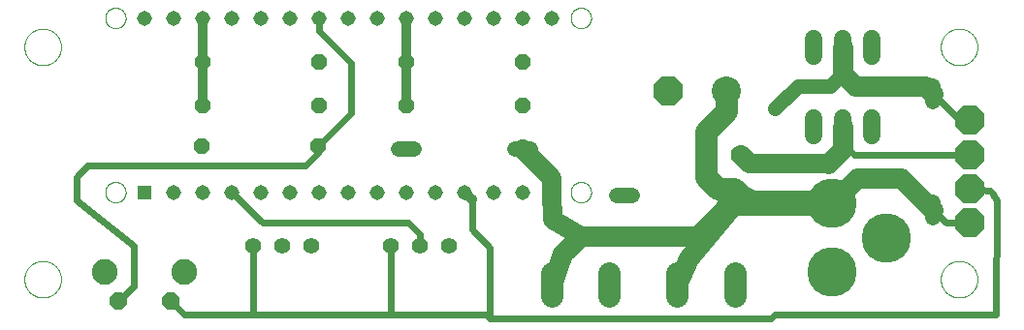
<source format=gtl>
G04 This is an RS-274x file exported by *
G04 gerbv version 2.6.0 *
G04 More information is available about gerbv at *
G04 http://gerbv.gpleda.org/ *
G04 --End of header info--*
%MOIN*%
%FSLAX34Y34*%
%IPPOS*%
G04 --Define apertures--*
%ADD10C,0.0000*%
%ADD11R,0.0515X0.0515*%
%ADD12C,0.0515*%
%ADD13C,0.0520*%
%ADD14C,0.0600*%
%AMMACRO15*
5,1,8,0.000000,0.000000,0.056284,22.500000*
%
%ADD15MACRO15*%
%ADD16C,0.1000*%
%AMMACRO17*
5,1,8,0.000000,0.000000,0.108239,22.500000*
%
%ADD17MACRO17*%
%AMMACRO18*
5,1,8,0.000000,0.000000,0.064943,22.500000*
%
%ADD18MACRO18*%
%ADD19C,0.0885*%
%ADD20C,0.0780*%
%AMMACRO21*
5,1,8,0.000000,0.000000,0.108780,22.500000*
%
%ADD21MACRO21*%
%ADD22C,0.1700*%
%ADD23C,0.0554*%
%ADD24C,0.0700*%
%ADD25C,0.0660*%
%ADD26C,0.0240*%
%ADD27C,0.0860*%
%ADD28C,0.0760*%
%ADD29C,0.0320*%
%ADD30C,0.0475*%
%ADD31C,0.0500*%
%ADD32C,0.0700*%
G04 --Start main section--*
G54D10*
G01X0001550Y0003287D02*
G01X0001550Y0003303D01*
G01X0001550Y0003303D02*
G01X0001551Y0003319D01*
G01X0001551Y0003319D02*
G01X0001552Y0003335D01*
G01X0001552Y0003335D02*
G01X0001553Y0003351D01*
G01X0001553Y0003351D02*
G01X0001555Y0003366D01*
G01X0001555Y0003366D02*
G01X0001557Y0003382D01*
G01X0001557Y0003382D02*
G01X0001560Y0003398D01*
G01X0001560Y0003398D02*
G01X0001563Y0003413D01*
G01X0001563Y0003413D02*
G01X0001566Y0003429D01*
G01X0001566Y0003429D02*
G01X0001570Y0003444D01*
G01X0001570Y0003444D02*
G01X0001574Y0003459D01*
G01X0001574Y0003459D02*
G01X0001579Y0003475D01*
G01X0001579Y0003475D02*
G01X0001583Y0003490D01*
G01X0001583Y0003490D02*
G01X0001589Y0003505D01*
G01X0001589Y0003505D02*
G01X0001594Y0003519D01*
G01X0001594Y0003519D02*
G01X0001600Y0003534D01*
G01X0001600Y0003534D02*
G01X0001607Y0003548D01*
G01X0001607Y0003548D02*
G01X0001614Y0003563D01*
G01X0001614Y0003563D02*
G01X0001621Y0003577D01*
G01X0001621Y0003577D02*
G01X0001628Y0003591D01*
G01X0001628Y0003591D02*
G01X0001636Y0003605D01*
G01X0001636Y0003605D02*
G01X0001644Y0003618D01*
G01X0001644Y0003618D02*
G01X0001652Y0003632D01*
G01X0001652Y0003632D02*
G01X0001661Y0003645D01*
G01X0001661Y0003645D02*
G01X0001670Y0003658D01*
G01X0001670Y0003658D02*
G01X0001680Y0003670D01*
G01X0001680Y0003670D02*
G01X0001690Y0003683D01*
G01X0001690Y0003683D02*
G01X0001700Y0003695D01*
G01X0001700Y0003695D02*
G01X0001710Y0003707D01*
G01X0001710Y0003707D02*
G01X0001721Y0003719D01*
G01X0001721Y0003719D02*
G01X0001732Y0003730D01*
G01X0001732Y0003730D02*
G01X0001743Y0003741D01*
G01X0001743Y0003741D02*
G01X0001755Y0003752D01*
G01X0001755Y0003752D02*
G01X0001766Y0003762D01*
G01X0001766Y0003762D02*
G01X0001779Y0003773D01*
G01X0001779Y0003773D02*
G01X0001791Y0003783D01*
G01X0001791Y0003783D02*
G01X0001803Y0003792D01*
G01X0001803Y0003792D02*
G01X0001816Y0003802D01*
G01X0001816Y0003802D02*
G01X0001829Y0003811D01*
G01X0001829Y0003811D02*
G01X0001843Y0003819D01*
G01X0001843Y0003819D02*
G01X0001856Y0003828D01*
G01X0001856Y0003828D02*
G01X0001870Y0003836D01*
G01X0001870Y0003836D02*
G01X0001884Y0003843D01*
G01X0001884Y0003843D02*
G01X0001898Y0003850D01*
G01X0001898Y0003850D02*
G01X0001912Y0003857D01*
G01X0001912Y0003857D02*
G01X0001926Y0003864D01*
G01X0001926Y0003864D02*
G01X0001941Y0003870D01*
G01X0001941Y0003870D02*
G01X0001956Y0003876D01*
G01X0001956Y0003876D02*
G01X0001970Y0003881D01*
G01X0001970Y0003881D02*
G01X0001985Y0003887D01*
G01X0001985Y0003887D02*
G01X0002001Y0003891D01*
G01X0002001Y0003891D02*
G01X0002016Y0003896D01*
G01X0002016Y0003896D02*
G01X0002031Y0003899D01*
G01X0002031Y0003899D02*
G01X0002047Y0003903D01*
G01X0002047Y0003903D02*
G01X0002062Y0003906D01*
G01X0002062Y0003906D02*
G01X0002078Y0003909D01*
G01X0002078Y0003909D02*
G01X0002093Y0003911D01*
G01X0002093Y0003911D02*
G01X0002109Y0003913D01*
G01X0002109Y0003913D02*
G01X0002125Y0003915D01*
G01X0002125Y0003915D02*
G01X0002140Y0003916D01*
G01X0002140Y0003916D02*
G01X0002156Y0003917D01*
G01X0002156Y0003917D02*
G01X0002172Y0003917D01*
G01X0002172Y0003917D02*
G01X0002188Y0003917D01*
G01X0002188Y0003917D02*
G01X0002204Y0003917D01*
G01X0002204Y0003917D02*
G01X0002220Y0003916D01*
G01X0002220Y0003916D02*
G01X0002235Y0003915D01*
G01X0002235Y0003915D02*
G01X0002251Y0003913D01*
G01X0002251Y0003913D02*
G01X0002267Y0003911D01*
G01X0002267Y0003911D02*
G01X0002282Y0003909D01*
G01X0002282Y0003909D02*
G01X0002298Y0003906D01*
G01X0002298Y0003906D02*
G01X0002314Y0003903D01*
G01X0002314Y0003903D02*
G01X0002329Y0003899D01*
G01X0002329Y0003899D02*
G01X0002344Y0003896D01*
G01X0002344Y0003896D02*
G01X0002360Y0003891D01*
G01X0002360Y0003891D02*
G01X0002375Y0003887D01*
G01X0002375Y0003887D02*
G01X0002390Y0003881D01*
G01X0002390Y0003881D02*
G01X0002405Y0003876D01*
G01X0002405Y0003876D02*
G01X0002419Y0003870D01*
G01X0002419Y0003870D02*
G01X0002434Y0003864D01*
G01X0002434Y0003864D02*
G01X0002448Y0003857D01*
G01X0002448Y0003857D02*
G01X0002462Y0003850D01*
G01X0002462Y0003850D02*
G01X0002477Y0003843D01*
G01X0002477Y0003843D02*
G01X0002490Y0003836D01*
G01X0002490Y0003836D02*
G01X0002504Y0003828D01*
G01X0002504Y0003828D02*
G01X0002517Y0003819D01*
G01X0002517Y0003819D02*
G01X0002531Y0003811D01*
G01X0002531Y0003811D02*
G01X0002544Y0003802D01*
G01X0002544Y0003802D02*
G01X0002557Y0003792D01*
G01X0002557Y0003792D02*
G01X0002569Y0003783D01*
G01X0002569Y0003783D02*
G01X0002582Y0003773D01*
G01X0002582Y0003773D02*
G01X0002594Y0003762D01*
G01X0002594Y0003762D02*
G01X0002605Y0003752D01*
G01X0002605Y0003752D02*
G01X0002617Y0003741D01*
G01X0002617Y0003741D02*
G01X0002628Y0003730D01*
G01X0002628Y0003730D02*
G01X0002639Y0003719D01*
G01X0002639Y0003719D02*
G01X0002650Y0003707D01*
G01X0002650Y0003707D02*
G01X0002660Y0003695D01*
G01X0002660Y0003695D02*
G01X0002670Y0003683D01*
G01X0002670Y0003683D02*
G01X0002680Y0003670D01*
G01X0002680Y0003670D02*
G01X0002690Y0003658D01*
G01X0002690Y0003658D02*
G01X0002699Y0003645D01*
G01X0002699Y0003645D02*
G01X0002708Y0003632D01*
G01X0002708Y0003632D02*
G01X0002716Y0003618D01*
G01X0002716Y0003618D02*
G01X0002724Y0003605D01*
G01X0002724Y0003605D02*
G01X0002732Y0003591D01*
G01X0002732Y0003591D02*
G01X0002739Y0003577D01*
G01X0002739Y0003577D02*
G01X0002747Y0003563D01*
G01X0002747Y0003563D02*
G01X0002753Y0003548D01*
G01X0002753Y0003548D02*
G01X0002760Y0003534D01*
G01X0002760Y0003534D02*
G01X0002766Y0003519D01*
G01X0002766Y0003519D02*
G01X0002771Y0003505D01*
G01X0002771Y0003505D02*
G01X0002777Y0003490D01*
G01X0002777Y0003490D02*
G01X0002782Y0003475D01*
G01X0002782Y0003475D02*
G01X0002786Y0003459D01*
G01X0002786Y0003459D02*
G01X0002790Y0003444D01*
G01X0002790Y0003444D02*
G01X0002794Y0003429D01*
G01X0002794Y0003429D02*
G01X0002797Y0003413D01*
G01X0002797Y0003413D02*
G01X0002800Y0003398D01*
G01X0002800Y0003398D02*
G01X0002803Y0003382D01*
G01X0002803Y0003382D02*
G01X0002805Y0003366D01*
G01X0002805Y0003366D02*
G01X0002807Y0003351D01*
G01X0002807Y0003351D02*
G01X0002808Y0003335D01*
G01X0002808Y0003335D02*
G01X0002809Y0003319D01*
G01X0002809Y0003319D02*
G01X0002810Y0003303D01*
G01X0002810Y0003303D02*
G01X0002810Y0003287D01*
G01X0002810Y0003287D02*
G01X0002810Y0003272D01*
G01X0002810Y0003272D02*
G01X0002809Y0003256D01*
G01X0002809Y0003256D02*
G01X0002808Y0003240D01*
G01X0002808Y0003240D02*
G01X0002807Y0003224D01*
G01X0002807Y0003224D02*
G01X0002805Y0003209D01*
G01X0002805Y0003209D02*
G01X0002803Y0003193D01*
G01X0002803Y0003193D02*
G01X0002800Y0003177D01*
G01X0002800Y0003177D02*
G01X0002797Y0003162D01*
G01X0002797Y0003162D02*
G01X0002794Y0003146D01*
G01X0002794Y0003146D02*
G01X0002790Y0003131D01*
G01X0002790Y0003131D02*
G01X0002786Y0003116D01*
G01X0002786Y0003116D02*
G01X0002782Y0003100D01*
G01X0002782Y0003100D02*
G01X0002777Y0003085D01*
G01X0002777Y0003085D02*
G01X0002771Y0003070D01*
G01X0002771Y0003070D02*
G01X0002766Y0003056D01*
G01X0002766Y0003056D02*
G01X0002760Y0003041D01*
G01X0002760Y0003041D02*
G01X0002753Y0003026D01*
G01X0002753Y0003026D02*
G01X0002747Y0003012D01*
G01X0002747Y0003012D02*
G01X0002739Y0002998D01*
G01X0002739Y0002998D02*
G01X0002732Y0002984D01*
G01X0002732Y0002984D02*
G01X0002724Y0002970D01*
G01X0002724Y0002970D02*
G01X0002716Y0002957D01*
G01X0002716Y0002957D02*
G01X0002708Y0002943D01*
G01X0002708Y0002943D02*
G01X0002699Y0002930D01*
G01X0002699Y0002930D02*
G01X0002690Y0002917D01*
G01X0002690Y0002917D02*
G01X0002680Y0002905D01*
G01X0002680Y0002905D02*
G01X0002670Y0002892D01*
G01X0002670Y0002892D02*
G01X0002660Y0002880D01*
G01X0002660Y0002880D02*
G01X0002650Y0002868D01*
G01X0002650Y0002868D02*
G01X0002639Y0002856D01*
G01X0002639Y0002856D02*
G01X0002628Y0002845D01*
G01X0002628Y0002845D02*
G01X0002617Y0002834D01*
G01X0002617Y0002834D02*
G01X0002605Y0002823D01*
G01X0002605Y0002823D02*
G01X0002594Y0002812D01*
G01X0002594Y0002812D02*
G01X0002582Y0002802D01*
G01X0002582Y0002802D02*
G01X0002569Y0002792D01*
G01X0002569Y0002792D02*
G01X0002557Y0002783D01*
G01X0002557Y0002783D02*
G01X0002544Y0002773D01*
G01X0002544Y0002773D02*
G01X0002531Y0002764D01*
G01X0002531Y0002764D02*
G01X0002517Y0002756D01*
G01X0002517Y0002756D02*
G01X0002504Y0002747D01*
G01X0002504Y0002747D02*
G01X0002490Y0002739D01*
G01X0002490Y0002739D02*
G01X0002477Y0002732D01*
G01X0002477Y0002732D02*
G01X0002462Y0002724D01*
G01X0002462Y0002724D02*
G01X0002448Y0002717D01*
G01X0002448Y0002717D02*
G01X0002434Y0002711D01*
G01X0002434Y0002711D02*
G01X0002419Y0002705D01*
G01X0002419Y0002705D02*
G01X0002405Y0002699D01*
G01X0002405Y0002699D02*
G01X0002390Y0002693D01*
G01X0002390Y0002693D02*
G01X0002375Y0002688D01*
G01X0002375Y0002688D02*
G01X0002360Y0002684D01*
G01X0002360Y0002684D02*
G01X0002344Y0002679D01*
G01X0002344Y0002679D02*
G01X0002329Y0002675D01*
G01X0002329Y0002675D02*
G01X0002314Y0002672D01*
G01X0002314Y0002672D02*
G01X0002298Y0002669D01*
G01X0002298Y0002669D02*
G01X0002282Y0002666D01*
G01X0002282Y0002666D02*
G01X0002267Y0002663D01*
G01X0002267Y0002663D02*
G01X0002251Y0002662D01*
G01X0002251Y0002662D02*
G01X0002235Y0002660D01*
G01X0002235Y0002660D02*
G01X0002220Y0002659D01*
G01X0002220Y0002659D02*
G01X0002204Y0002658D01*
G01X0002204Y0002658D02*
G01X0002188Y0002658D01*
G01X0002188Y0002658D02*
G01X0002172Y0002658D01*
G01X0002172Y0002658D02*
G01X0002156Y0002658D01*
G01X0002156Y0002658D02*
G01X0002140Y0002659D01*
G01X0002140Y0002659D02*
G01X0002125Y0002660D01*
G01X0002125Y0002660D02*
G01X0002109Y0002662D01*
G01X0002109Y0002662D02*
G01X0002093Y0002663D01*
G01X0002093Y0002663D02*
G01X0002078Y0002666D01*
G01X0002078Y0002666D02*
G01X0002062Y0002669D01*
G01X0002062Y0002669D02*
G01X0002047Y0002672D01*
G01X0002047Y0002672D02*
G01X0002031Y0002675D01*
G01X0002031Y0002675D02*
G01X0002016Y0002679D01*
G01X0002016Y0002679D02*
G01X0002001Y0002684D01*
G01X0002001Y0002684D02*
G01X0001985Y0002688D01*
G01X0001985Y0002688D02*
G01X0001970Y0002693D01*
G01X0001970Y0002693D02*
G01X0001956Y0002699D01*
G01X0001956Y0002699D02*
G01X0001941Y0002705D01*
G01X0001941Y0002705D02*
G01X0001926Y0002711D01*
G01X0001926Y0002711D02*
G01X0001912Y0002717D01*
G01X0001912Y0002717D02*
G01X0001898Y0002724D01*
G01X0001898Y0002724D02*
G01X0001884Y0002732D01*
G01X0001884Y0002732D02*
G01X0001870Y0002739D01*
G01X0001870Y0002739D02*
G01X0001856Y0002747D01*
G01X0001856Y0002747D02*
G01X0001843Y0002756D01*
G01X0001843Y0002756D02*
G01X0001829Y0002764D01*
G01X0001829Y0002764D02*
G01X0001816Y0002773D01*
G01X0001816Y0002773D02*
G01X0001803Y0002783D01*
G01X0001803Y0002783D02*
G01X0001791Y0002792D01*
G01X0001791Y0002792D02*
G01X0001779Y0002802D01*
G01X0001779Y0002802D02*
G01X0001766Y0002812D01*
G01X0001766Y0002812D02*
G01X0001755Y0002823D01*
G01X0001755Y0002823D02*
G01X0001743Y0002834D01*
G01X0001743Y0002834D02*
G01X0001732Y0002845D01*
G01X0001732Y0002845D02*
G01X0001721Y0002856D01*
G01X0001721Y0002856D02*
G01X0001710Y0002868D01*
G01X0001710Y0002868D02*
G01X0001700Y0002880D01*
G01X0001700Y0002880D02*
G01X0001690Y0002892D01*
G01X0001690Y0002892D02*
G01X0001680Y0002905D01*
G01X0001680Y0002905D02*
G01X0001670Y0002917D01*
G01X0001670Y0002917D02*
G01X0001661Y0002930D01*
G01X0001661Y0002930D02*
G01X0001652Y0002943D01*
G01X0001652Y0002943D02*
G01X0001644Y0002957D01*
G01X0001644Y0002957D02*
G01X0001636Y0002970D01*
G01X0001636Y0002970D02*
G01X0001628Y0002984D01*
G01X0001628Y0002984D02*
G01X0001621Y0002998D01*
G01X0001621Y0002998D02*
G01X0001614Y0003012D01*
G01X0001614Y0003012D02*
G01X0001607Y0003026D01*
G01X0001607Y0003026D02*
G01X0001600Y0003041D01*
G01X0001600Y0003041D02*
G01X0001594Y0003056D01*
G01X0001594Y0003056D02*
G01X0001589Y0003070D01*
G01X0001589Y0003070D02*
G01X0001583Y0003085D01*
G01X0001583Y0003085D02*
G01X0001579Y0003100D01*
G01X0001579Y0003100D02*
G01X0001574Y0003116D01*
G01X0001574Y0003116D02*
G01X0001570Y0003131D01*
G01X0001570Y0003131D02*
G01X0001566Y0003146D01*
G01X0001566Y0003146D02*
G01X0001563Y0003162D01*
G01X0001563Y0003162D02*
G01X0001560Y0003177D01*
G01X0001560Y0003177D02*
G01X0001557Y0003193D01*
G01X0001557Y0003193D02*
G01X0001555Y0003209D01*
G01X0001555Y0003209D02*
G01X0001553Y0003224D01*
G01X0001553Y0003224D02*
G01X0001552Y0003240D01*
G01X0001552Y0003240D02*
G01X0001551Y0003256D01*
G01X0001551Y0003256D02*
G01X0001550Y0003272D01*
G01X0001550Y0003272D02*
G01X0001550Y0003287D01*
G01X0004330Y0006287D02*
G01X0004330Y0006299D01*
G01X0004330Y0006299D02*
G01X0004331Y0006311D01*
G01X0004331Y0006311D02*
G01X0004332Y0006323D01*
G01X0004332Y0006323D02*
G01X0004333Y0006335D01*
G01X0004333Y0006335D02*
G01X0004335Y0006346D01*
G01X0004335Y0006346D02*
G01X0004337Y0006358D01*
G01X0004337Y0006358D02*
G01X0004340Y0006369D01*
G01X0004340Y0006369D02*
G01X0004343Y0006381D01*
G01X0004343Y0006381D02*
G01X0004346Y0006392D01*
G01X0004346Y0006392D02*
G01X0004350Y0006403D01*
G01X0004350Y0006403D02*
G01X0004354Y0006415D01*
G01X0004354Y0006415D02*
G01X0004358Y0006425D01*
G01X0004358Y0006425D02*
G01X0004363Y0006436D01*
G01X0004363Y0006436D02*
G01X0004368Y0006447D01*
G01X0004368Y0006447D02*
G01X0004374Y0006457D01*
G01X0004374Y0006457D02*
G01X0004380Y0006468D01*
G01X0004380Y0006468D02*
G01X0004386Y0006478D01*
G01X0004386Y0006478D02*
G01X0004393Y0006487D01*
G01X0004393Y0006487D02*
G01X0004400Y0006497D01*
G01X0004400Y0006497D02*
G01X0004407Y0006506D01*
G01X0004407Y0006506D02*
G01X0004414Y0006515D01*
G01X0004414Y0006515D02*
G01X0004422Y0006524D01*
G01X0004422Y0006524D02*
G01X0004430Y0006533D01*
G01X0004430Y0006533D02*
G01X0004439Y0006541D01*
G01X0004439Y0006541D02*
G01X0004448Y0006549D01*
G01X0004448Y0006549D02*
G01X0004457Y0006557D01*
G01X0004457Y0006557D02*
G01X0004466Y0006564D01*
G01X0004466Y0006564D02*
G01X0004475Y0006571D01*
G01X0004475Y0006571D02*
G01X0004485Y0006578D01*
G01X0004485Y0006578D02*
G01X0004495Y0006584D01*
G01X0004495Y0006584D02*
G01X0004505Y0006591D01*
G01X0004505Y0006591D02*
G01X0004515Y0006596D01*
G01X0004515Y0006596D02*
G01X0004526Y0006602D01*
G01X0004526Y0006602D02*
G01X0004537Y0006607D01*
G01X0004537Y0006607D02*
G01X0004547Y0006611D01*
G01X0004547Y0006611D02*
G01X0004558Y0006616D01*
G01X0004558Y0006616D02*
G01X0004570Y0006620D01*
G01X0004570Y0006620D02*
G01X0004581Y0006623D01*
G01X0004581Y0006623D02*
G01X0004592Y0006626D01*
G01X0004592Y0006626D02*
G01X0004604Y0006629D01*
G01X0004604Y0006629D02*
G01X0004615Y0006631D01*
G01X0004615Y0006631D02*
G01X0004627Y0006633D01*
G01X0004627Y0006633D02*
G01X0004639Y0006635D01*
G01X0004639Y0006635D02*
G01X0004651Y0006636D01*
G01X0004651Y0006636D02*
G01X0004662Y0006637D01*
G01X0004662Y0006637D02*
G01X0004674Y0006637D01*
G01X0004674Y0006637D02*
G01X0004686Y0006637D01*
G01X0004686Y0006637D02*
G01X0004698Y0006637D01*
G01X0004698Y0006637D02*
G01X0004710Y0006636D01*
G01X0004710Y0006636D02*
G01X0004721Y0006635D01*
G01X0004721Y0006635D02*
G01X0004733Y0006633D01*
G01X0004733Y0006633D02*
G01X0004745Y0006631D01*
G01X0004745Y0006631D02*
G01X0004756Y0006629D01*
G01X0004756Y0006629D02*
G01X0004768Y0006626D01*
G01X0004768Y0006626D02*
G01X0004779Y0006623D01*
G01X0004779Y0006623D02*
G01X0004790Y0006620D01*
G01X0004790Y0006620D02*
G01X0004802Y0006616D01*
G01X0004802Y0006616D02*
G01X0004813Y0006611D01*
G01X0004813Y0006611D02*
G01X0004823Y0006607D01*
G01X0004823Y0006607D02*
G01X0004834Y0006602D01*
G01X0004834Y0006602D02*
G01X0004845Y0006596D01*
G01X0004845Y0006596D02*
G01X0004855Y0006591D01*
G01X0004855Y0006591D02*
G01X0004865Y0006584D01*
G01X0004865Y0006584D02*
G01X0004875Y0006578D01*
G01X0004875Y0006578D02*
G01X0004885Y0006571D01*
G01X0004885Y0006571D02*
G01X0004894Y0006564D01*
G01X0004894Y0006564D02*
G01X0004904Y0006557D01*
G01X0004904Y0006557D02*
G01X0004912Y0006549D01*
G01X0004912Y0006549D02*
G01X0004921Y0006541D01*
G01X0004921Y0006541D02*
G01X0004930Y0006533D01*
G01X0004930Y0006533D02*
G01X0004938Y0006524D01*
G01X0004938Y0006524D02*
G01X0004946Y0006515D01*
G01X0004946Y0006515D02*
G01X0004953Y0006506D01*
G01X0004953Y0006506D02*
G01X0004960Y0006497D01*
G01X0004960Y0006497D02*
G01X0004967Y0006487D01*
G01X0004967Y0006487D02*
G01X0004974Y0006478D01*
G01X0004974Y0006478D02*
G01X0004980Y0006468D01*
G01X0004980Y0006468D02*
G01X0004986Y0006457D01*
G01X0004986Y0006457D02*
G01X0004992Y0006447D01*
G01X0004992Y0006447D02*
G01X0004997Y0006436D01*
G01X0004997Y0006436D02*
G01X0005002Y0006425D01*
G01X0005002Y0006425D02*
G01X0005006Y0006415D01*
G01X0005006Y0006415D02*
G01X0005010Y0006403D01*
G01X0005010Y0006403D02*
G01X0005014Y0006392D01*
G01X0005014Y0006392D02*
G01X0005017Y0006381D01*
G01X0005017Y0006381D02*
G01X0005020Y0006369D01*
G01X0005020Y0006369D02*
G01X0005023Y0006358D01*
G01X0005023Y0006358D02*
G01X0005025Y0006346D01*
G01X0005025Y0006346D02*
G01X0005027Y0006335D01*
G01X0005027Y0006335D02*
G01X0005028Y0006323D01*
G01X0005028Y0006323D02*
G01X0005029Y0006311D01*
G01X0005029Y0006311D02*
G01X0005030Y0006299D01*
G01X0005030Y0006299D02*
G01X0005030Y0006287D01*
G01X0005030Y0006287D02*
G01X0005030Y0006276D01*
G01X0005030Y0006276D02*
G01X0005029Y0006264D01*
G01X0005029Y0006264D02*
G01X0005028Y0006252D01*
G01X0005028Y0006252D02*
G01X0005027Y0006240D01*
G01X0005027Y0006240D02*
G01X0005025Y0006229D01*
G01X0005025Y0006229D02*
G01X0005023Y0006217D01*
G01X0005023Y0006217D02*
G01X0005020Y0006205D01*
G01X0005020Y0006205D02*
G01X0005017Y0006194D01*
G01X0005017Y0006194D02*
G01X0005014Y0006183D01*
G01X0005014Y0006183D02*
G01X0005010Y0006171D01*
G01X0005010Y0006171D02*
G01X0005006Y0006160D01*
G01X0005006Y0006160D02*
G01X0005002Y0006149D01*
G01X0005002Y0006149D02*
G01X0004997Y0006139D01*
G01X0004997Y0006139D02*
G01X0004992Y0006128D01*
G01X0004992Y0006128D02*
G01X0004986Y0006118D01*
G01X0004986Y0006118D02*
G01X0004980Y0006107D01*
G01X0004980Y0006107D02*
G01X0004974Y0006097D01*
G01X0004974Y0006097D02*
G01X0004967Y0006088D01*
G01X0004967Y0006088D02*
G01X0004960Y0006078D01*
G01X0004960Y0006078D02*
G01X0004953Y0006069D01*
G01X0004953Y0006069D02*
G01X0004946Y0006059D01*
G01X0004946Y0006059D02*
G01X0004938Y0006051D01*
G01X0004938Y0006051D02*
G01X0004930Y0006042D01*
G01X0004930Y0006042D02*
G01X0004921Y0006034D01*
G01X0004921Y0006034D02*
G01X0004912Y0006026D01*
G01X0004912Y0006026D02*
G01X0004904Y0006018D01*
G01X0004904Y0006018D02*
G01X0004894Y0006011D01*
G01X0004894Y0006011D02*
G01X0004885Y0006004D01*
G01X0004885Y0006004D02*
G01X0004875Y0005997D01*
G01X0004875Y0005997D02*
G01X0004865Y0005990D01*
G01X0004865Y0005990D02*
G01X0004855Y0005984D01*
G01X0004855Y0005984D02*
G01X0004845Y0005979D01*
G01X0004845Y0005979D02*
G01X0004834Y0005973D01*
G01X0004834Y0005973D02*
G01X0004823Y0005968D01*
G01X0004823Y0005968D02*
G01X0004813Y0005964D01*
G01X0004813Y0005964D02*
G01X0004802Y0005959D01*
G01X0004802Y0005959D02*
G01X0004790Y0005955D01*
G01X0004790Y0005955D02*
G01X0004779Y0005952D01*
G01X0004779Y0005952D02*
G01X0004768Y0005949D01*
G01X0004768Y0005949D02*
G01X0004756Y0005946D01*
G01X0004756Y0005946D02*
G01X0004745Y0005943D01*
G01X0004745Y0005943D02*
G01X0004733Y0005941D01*
G01X0004733Y0005941D02*
G01X0004721Y0005940D01*
G01X0004721Y0005940D02*
G01X0004710Y0005939D01*
G01X0004710Y0005939D02*
G01X0004698Y0005938D01*
G01X0004698Y0005938D02*
G01X0004686Y0005937D01*
G01X0004686Y0005937D02*
G01X0004674Y0005937D01*
G01X0004674Y0005937D02*
G01X0004662Y0005938D01*
G01X0004662Y0005938D02*
G01X0004651Y0005939D01*
G01X0004651Y0005939D02*
G01X0004639Y0005940D01*
G01X0004639Y0005940D02*
G01X0004627Y0005941D01*
G01X0004627Y0005941D02*
G01X0004615Y0005943D01*
G01X0004615Y0005943D02*
G01X0004604Y0005946D01*
G01X0004604Y0005946D02*
G01X0004592Y0005949D01*
G01X0004592Y0005949D02*
G01X0004581Y0005952D01*
G01X0004581Y0005952D02*
G01X0004570Y0005955D01*
G01X0004570Y0005955D02*
G01X0004558Y0005959D01*
G01X0004558Y0005959D02*
G01X0004547Y0005964D01*
G01X0004547Y0005964D02*
G01X0004537Y0005968D01*
G01X0004537Y0005968D02*
G01X0004526Y0005973D01*
G01X0004526Y0005973D02*
G01X0004515Y0005979D01*
G01X0004515Y0005979D02*
G01X0004505Y0005984D01*
G01X0004505Y0005984D02*
G01X0004495Y0005990D01*
G01X0004495Y0005990D02*
G01X0004485Y0005997D01*
G01X0004485Y0005997D02*
G01X0004475Y0006004D01*
G01X0004475Y0006004D02*
G01X0004466Y0006011D01*
G01X0004466Y0006011D02*
G01X0004457Y0006018D01*
G01X0004457Y0006018D02*
G01X0004448Y0006026D01*
G01X0004448Y0006026D02*
G01X0004439Y0006034D01*
G01X0004439Y0006034D02*
G01X0004430Y0006042D01*
G01X0004430Y0006042D02*
G01X0004422Y0006051D01*
G01X0004422Y0006051D02*
G01X0004414Y0006059D01*
G01X0004414Y0006059D02*
G01X0004407Y0006069D01*
G01X0004407Y0006069D02*
G01X0004400Y0006078D01*
G01X0004400Y0006078D02*
G01X0004393Y0006088D01*
G01X0004393Y0006088D02*
G01X0004386Y0006097D01*
G01X0004386Y0006097D02*
G01X0004380Y0006107D01*
G01X0004380Y0006107D02*
G01X0004374Y0006118D01*
G01X0004374Y0006118D02*
G01X0004368Y0006128D01*
G01X0004368Y0006128D02*
G01X0004363Y0006139D01*
G01X0004363Y0006139D02*
G01X0004358Y0006149D01*
G01X0004358Y0006149D02*
G01X0004354Y0006160D01*
G01X0004354Y0006160D02*
G01X0004350Y0006171D01*
G01X0004350Y0006171D02*
G01X0004346Y0006183D01*
G01X0004346Y0006183D02*
G01X0004343Y0006194D01*
G01X0004343Y0006194D02*
G01X0004340Y0006205D01*
G01X0004340Y0006205D02*
G01X0004337Y0006217D01*
G01X0004337Y0006217D02*
G01X0004335Y0006229D01*
G01X0004335Y0006229D02*
G01X0004333Y0006240D01*
G01X0004333Y0006240D02*
G01X0004332Y0006252D01*
G01X0004332Y0006252D02*
G01X0004331Y0006264D01*
G01X0004331Y0006264D02*
G01X0004330Y0006276D01*
G01X0004330Y0006276D02*
G01X0004330Y0006287D01*
G01X0001550Y0011287D02*
G01X0001550Y0011303D01*
G01X0001550Y0011303D02*
G01X0001551Y0011319D01*
G01X0001551Y0011319D02*
G01X0001552Y0011335D01*
G01X0001552Y0011335D02*
G01X0001553Y0011351D01*
G01X0001553Y0011351D02*
G01X0001555Y0011366D01*
G01X0001555Y0011366D02*
G01X0001557Y0011382D01*
G01X0001557Y0011382D02*
G01X0001560Y0011398D01*
G01X0001560Y0011398D02*
G01X0001563Y0011413D01*
G01X0001563Y0011413D02*
G01X0001566Y0011429D01*
G01X0001566Y0011429D02*
G01X0001570Y0011444D01*
G01X0001570Y0011444D02*
G01X0001574Y0011459D01*
G01X0001574Y0011459D02*
G01X0001579Y0011475D01*
G01X0001579Y0011475D02*
G01X0001583Y0011490D01*
G01X0001583Y0011490D02*
G01X0001589Y0011505D01*
G01X0001589Y0011505D02*
G01X0001594Y0011519D01*
G01X0001594Y0011519D02*
G01X0001600Y0011534D01*
G01X0001600Y0011534D02*
G01X0001607Y0011548D01*
G01X0001607Y0011548D02*
G01X0001614Y0011563D01*
G01X0001614Y0011563D02*
G01X0001621Y0011577D01*
G01X0001621Y0011577D02*
G01X0001628Y0011591D01*
G01X0001628Y0011591D02*
G01X0001636Y0011605D01*
G01X0001636Y0011605D02*
G01X0001644Y0011618D01*
G01X0001644Y0011618D02*
G01X0001652Y0011632D01*
G01X0001652Y0011632D02*
G01X0001661Y0011645D01*
G01X0001661Y0011645D02*
G01X0001670Y0011658D01*
G01X0001670Y0011658D02*
G01X0001680Y0011670D01*
G01X0001680Y0011670D02*
G01X0001690Y0011683D01*
G01X0001690Y0011683D02*
G01X0001700Y0011695D01*
G01X0001700Y0011695D02*
G01X0001710Y0011707D01*
G01X0001710Y0011707D02*
G01X0001721Y0011719D01*
G01X0001721Y0011719D02*
G01X0001732Y0011730D01*
G01X0001732Y0011730D02*
G01X0001743Y0011741D01*
G01X0001743Y0011741D02*
G01X0001755Y0011752D01*
G01X0001755Y0011752D02*
G01X0001766Y0011763D01*
G01X0001766Y0011763D02*
G01X0001779Y0011773D01*
G01X0001779Y0011773D02*
G01X0001791Y0011783D01*
G01X0001791Y0011783D02*
G01X0001803Y0011792D01*
G01X0001803Y0011792D02*
G01X0001816Y0011802D01*
G01X0001816Y0011802D02*
G01X0001829Y0011811D01*
G01X0001829Y0011811D02*
G01X0001843Y0011819D01*
G01X0001843Y0011819D02*
G01X0001856Y0011828D01*
G01X0001856Y0011828D02*
G01X0001870Y0011836D01*
G01X0001870Y0011836D02*
G01X0001884Y0011843D01*
G01X0001884Y0011843D02*
G01X0001898Y0011850D01*
G01X0001898Y0011850D02*
G01X0001912Y0011857D01*
G01X0001912Y0011857D02*
G01X0001926Y0011864D01*
G01X0001926Y0011864D02*
G01X0001941Y0011870D01*
G01X0001941Y0011870D02*
G01X0001956Y0011876D01*
G01X0001956Y0011876D02*
G01X0001970Y0011881D01*
G01X0001970Y0011881D02*
G01X0001985Y0011887D01*
G01X0001985Y0011887D02*
G01X0002001Y0011891D01*
G01X0002001Y0011891D02*
G01X0002016Y0011896D01*
G01X0002016Y0011896D02*
G01X0002031Y0011899D01*
G01X0002031Y0011899D02*
G01X0002047Y0011903D01*
G01X0002047Y0011903D02*
G01X0002062Y0011906D01*
G01X0002062Y0011906D02*
G01X0002078Y0011909D01*
G01X0002078Y0011909D02*
G01X0002093Y0011911D01*
G01X0002093Y0011911D02*
G01X0002109Y0011913D01*
G01X0002109Y0011913D02*
G01X0002125Y0011915D01*
G01X0002125Y0011915D02*
G01X0002140Y0011916D01*
G01X0002140Y0011916D02*
G01X0002156Y0011917D01*
G01X0002156Y0011917D02*
G01X0002172Y0011917D01*
G01X0002172Y0011917D02*
G01X0002188Y0011917D01*
G01X0002188Y0011917D02*
G01X0002204Y0011917D01*
G01X0002204Y0011917D02*
G01X0002220Y0011916D01*
G01X0002220Y0011916D02*
G01X0002235Y0011915D01*
G01X0002235Y0011915D02*
G01X0002251Y0011913D01*
G01X0002251Y0011913D02*
G01X0002267Y0011911D01*
G01X0002267Y0011911D02*
G01X0002282Y0011909D01*
G01X0002282Y0011909D02*
G01X0002298Y0011906D01*
G01X0002298Y0011906D02*
G01X0002314Y0011903D01*
G01X0002314Y0011903D02*
G01X0002329Y0011899D01*
G01X0002329Y0011899D02*
G01X0002344Y0011896D01*
G01X0002344Y0011896D02*
G01X0002360Y0011891D01*
G01X0002360Y0011891D02*
G01X0002375Y0011887D01*
G01X0002375Y0011887D02*
G01X0002390Y0011881D01*
G01X0002390Y0011881D02*
G01X0002405Y0011876D01*
G01X0002405Y0011876D02*
G01X0002419Y0011870D01*
G01X0002419Y0011870D02*
G01X0002434Y0011864D01*
G01X0002434Y0011864D02*
G01X0002448Y0011857D01*
G01X0002448Y0011857D02*
G01X0002462Y0011850D01*
G01X0002462Y0011850D02*
G01X0002477Y0011843D01*
G01X0002477Y0011843D02*
G01X0002490Y0011836D01*
G01X0002490Y0011836D02*
G01X0002504Y0011828D01*
G01X0002504Y0011828D02*
G01X0002517Y0011819D01*
G01X0002517Y0011819D02*
G01X0002531Y0011811D01*
G01X0002531Y0011811D02*
G01X0002544Y0011802D01*
G01X0002544Y0011802D02*
G01X0002557Y0011792D01*
G01X0002557Y0011792D02*
G01X0002569Y0011783D01*
G01X0002569Y0011783D02*
G01X0002582Y0011773D01*
G01X0002582Y0011773D02*
G01X0002594Y0011763D01*
G01X0002594Y0011763D02*
G01X0002605Y0011752D01*
G01X0002605Y0011752D02*
G01X0002617Y0011741D01*
G01X0002617Y0011741D02*
G01X0002628Y0011730D01*
G01X0002628Y0011730D02*
G01X0002639Y0011719D01*
G01X0002639Y0011719D02*
G01X0002650Y0011707D01*
G01X0002650Y0011707D02*
G01X0002660Y0011695D01*
G01X0002660Y0011695D02*
G01X0002670Y0011683D01*
G01X0002670Y0011683D02*
G01X0002680Y0011670D01*
G01X0002680Y0011670D02*
G01X0002690Y0011658D01*
G01X0002690Y0011658D02*
G01X0002699Y0011645D01*
G01X0002699Y0011645D02*
G01X0002708Y0011632D01*
G01X0002708Y0011632D02*
G01X0002716Y0011618D01*
G01X0002716Y0011618D02*
G01X0002724Y0011605D01*
G01X0002724Y0011605D02*
G01X0002732Y0011591D01*
G01X0002732Y0011591D02*
G01X0002739Y0011577D01*
G01X0002739Y0011577D02*
G01X0002747Y0011563D01*
G01X0002747Y0011563D02*
G01X0002753Y0011548D01*
G01X0002753Y0011548D02*
G01X0002760Y0011534D01*
G01X0002760Y0011534D02*
G01X0002766Y0011519D01*
G01X0002766Y0011519D02*
G01X0002771Y0011505D01*
G01X0002771Y0011505D02*
G01X0002777Y0011490D01*
G01X0002777Y0011490D02*
G01X0002782Y0011475D01*
G01X0002782Y0011475D02*
G01X0002786Y0011459D01*
G01X0002786Y0011459D02*
G01X0002790Y0011444D01*
G01X0002790Y0011444D02*
G01X0002794Y0011429D01*
G01X0002794Y0011429D02*
G01X0002797Y0011413D01*
G01X0002797Y0011413D02*
G01X0002800Y0011398D01*
G01X0002800Y0011398D02*
G01X0002803Y0011382D01*
G01X0002803Y0011382D02*
G01X0002805Y0011366D01*
G01X0002805Y0011366D02*
G01X0002807Y0011351D01*
G01X0002807Y0011351D02*
G01X0002808Y0011335D01*
G01X0002808Y0011335D02*
G01X0002809Y0011319D01*
G01X0002809Y0011319D02*
G01X0002810Y0011303D01*
G01X0002810Y0011303D02*
G01X0002810Y0011287D01*
G01X0002810Y0011287D02*
G01X0002810Y0011272D01*
G01X0002810Y0011272D02*
G01X0002809Y0011256D01*
G01X0002809Y0011256D02*
G01X0002808Y0011240D01*
G01X0002808Y0011240D02*
G01X0002807Y0011224D01*
G01X0002807Y0011224D02*
G01X0002805Y0011208D01*
G01X0002805Y0011208D02*
G01X0002803Y0011193D01*
G01X0002803Y0011193D02*
G01X0002800Y0011177D01*
G01X0002800Y0011177D02*
G01X0002797Y0011162D01*
G01X0002797Y0011162D02*
G01X0002794Y0011146D01*
G01X0002794Y0011146D02*
G01X0002790Y0011131D01*
G01X0002790Y0011131D02*
G01X0002786Y0011116D01*
G01X0002786Y0011116D02*
G01X0002782Y0011100D01*
G01X0002782Y0011100D02*
G01X0002777Y0011085D01*
G01X0002777Y0011085D02*
G01X0002771Y0011070D01*
G01X0002771Y0011070D02*
G01X0002766Y0011056D01*
G01X0002766Y0011056D02*
G01X0002760Y0011041D01*
G01X0002760Y0011041D02*
G01X0002753Y0011026D01*
G01X0002753Y0011026D02*
G01X0002747Y0011012D01*
G01X0002747Y0011012D02*
G01X0002739Y0010998D01*
G01X0002739Y0010998D02*
G01X0002732Y0010984D01*
G01X0002732Y0010984D02*
G01X0002724Y0010970D01*
G01X0002724Y0010970D02*
G01X0002716Y0010957D01*
G01X0002716Y0010957D02*
G01X0002708Y0010943D01*
G01X0002708Y0010943D02*
G01X0002699Y0010930D01*
G01X0002699Y0010930D02*
G01X0002690Y0010917D01*
G01X0002690Y0010917D02*
G01X0002680Y0010905D01*
G01X0002680Y0010905D02*
G01X0002670Y0010892D01*
G01X0002670Y0010892D02*
G01X0002660Y0010880D01*
G01X0002660Y0010880D02*
G01X0002650Y0010868D01*
G01X0002650Y0010868D02*
G01X0002639Y0010856D01*
G01X0002639Y0010856D02*
G01X0002628Y0010845D01*
G01X0002628Y0010845D02*
G01X0002617Y0010834D01*
G01X0002617Y0010834D02*
G01X0002605Y0010823D01*
G01X0002605Y0010823D02*
G01X0002594Y0010812D01*
G01X0002594Y0010812D02*
G01X0002582Y0010802D01*
G01X0002582Y0010802D02*
G01X0002569Y0010792D01*
G01X0002569Y0010792D02*
G01X0002557Y0010783D01*
G01X0002557Y0010783D02*
G01X0002544Y0010773D01*
G01X0002544Y0010773D02*
G01X0002531Y0010764D01*
G01X0002531Y0010764D02*
G01X0002517Y0010756D01*
G01X0002517Y0010756D02*
G01X0002504Y0010747D01*
G01X0002504Y0010747D02*
G01X0002490Y0010739D01*
G01X0002490Y0010739D02*
G01X0002477Y0010732D01*
G01X0002477Y0010732D02*
G01X0002462Y0010724D01*
G01X0002462Y0010724D02*
G01X0002448Y0010717D01*
G01X0002448Y0010717D02*
G01X0002434Y0010711D01*
G01X0002434Y0010711D02*
G01X0002419Y0010705D01*
G01X0002419Y0010705D02*
G01X0002405Y0010699D01*
G01X0002405Y0010699D02*
G01X0002390Y0010693D01*
G01X0002390Y0010693D02*
G01X0002375Y0010688D01*
G01X0002375Y0010688D02*
G01X0002360Y0010684D01*
G01X0002360Y0010684D02*
G01X0002344Y0010679D01*
G01X0002344Y0010679D02*
G01X0002329Y0010675D01*
G01X0002329Y0010675D02*
G01X0002314Y0010672D01*
G01X0002314Y0010672D02*
G01X0002298Y0010669D01*
G01X0002298Y0010669D02*
G01X0002282Y0010666D01*
G01X0002282Y0010666D02*
G01X0002267Y0010664D01*
G01X0002267Y0010664D02*
G01X0002251Y0010662D01*
G01X0002251Y0010662D02*
G01X0002235Y0010660D01*
G01X0002235Y0010660D02*
G01X0002220Y0010659D01*
G01X0002220Y0010659D02*
G01X0002204Y0010658D01*
G01X0002204Y0010658D02*
G01X0002188Y0010658D01*
G01X0002188Y0010658D02*
G01X0002172Y0010658D01*
G01X0002172Y0010658D02*
G01X0002156Y0010658D01*
G01X0002156Y0010658D02*
G01X0002140Y0010659D01*
G01X0002140Y0010659D02*
G01X0002125Y0010660D01*
G01X0002125Y0010660D02*
G01X0002109Y0010662D01*
G01X0002109Y0010662D02*
G01X0002093Y0010664D01*
G01X0002093Y0010664D02*
G01X0002078Y0010666D01*
G01X0002078Y0010666D02*
G01X0002062Y0010669D01*
G01X0002062Y0010669D02*
G01X0002047Y0010672D01*
G01X0002047Y0010672D02*
G01X0002031Y0010675D01*
G01X0002031Y0010675D02*
G01X0002016Y0010679D01*
G01X0002016Y0010679D02*
G01X0002001Y0010684D01*
G01X0002001Y0010684D02*
G01X0001985Y0010688D01*
G01X0001985Y0010688D02*
G01X0001970Y0010693D01*
G01X0001970Y0010693D02*
G01X0001956Y0010699D01*
G01X0001956Y0010699D02*
G01X0001941Y0010705D01*
G01X0001941Y0010705D02*
G01X0001926Y0010711D01*
G01X0001926Y0010711D02*
G01X0001912Y0010717D01*
G01X0001912Y0010717D02*
G01X0001898Y0010724D01*
G01X0001898Y0010724D02*
G01X0001884Y0010732D01*
G01X0001884Y0010732D02*
G01X0001870Y0010739D01*
G01X0001870Y0010739D02*
G01X0001856Y0010747D01*
G01X0001856Y0010747D02*
G01X0001843Y0010756D01*
G01X0001843Y0010756D02*
G01X0001829Y0010764D01*
G01X0001829Y0010764D02*
G01X0001816Y0010773D01*
G01X0001816Y0010773D02*
G01X0001803Y0010783D01*
G01X0001803Y0010783D02*
G01X0001791Y0010792D01*
G01X0001791Y0010792D02*
G01X0001779Y0010802D01*
G01X0001779Y0010802D02*
G01X0001766Y0010812D01*
G01X0001766Y0010812D02*
G01X0001755Y0010823D01*
G01X0001755Y0010823D02*
G01X0001743Y0010834D01*
G01X0001743Y0010834D02*
G01X0001732Y0010845D01*
G01X0001732Y0010845D02*
G01X0001721Y0010856D01*
G01X0001721Y0010856D02*
G01X0001710Y0010868D01*
G01X0001710Y0010868D02*
G01X0001700Y0010880D01*
G01X0001700Y0010880D02*
G01X0001690Y0010892D01*
G01X0001690Y0010892D02*
G01X0001680Y0010905D01*
G01X0001680Y0010905D02*
G01X0001670Y0010917D01*
G01X0001670Y0010917D02*
G01X0001661Y0010930D01*
G01X0001661Y0010930D02*
G01X0001652Y0010943D01*
G01X0001652Y0010943D02*
G01X0001644Y0010957D01*
G01X0001644Y0010957D02*
G01X0001636Y0010970D01*
G01X0001636Y0010970D02*
G01X0001628Y0010984D01*
G01X0001628Y0010984D02*
G01X0001621Y0010998D01*
G01X0001621Y0010998D02*
G01X0001614Y0011012D01*
G01X0001614Y0011012D02*
G01X0001607Y0011026D01*
G01X0001607Y0011026D02*
G01X0001600Y0011041D01*
G01X0001600Y0011041D02*
G01X0001594Y0011056D01*
G01X0001594Y0011056D02*
G01X0001589Y0011070D01*
G01X0001589Y0011070D02*
G01X0001583Y0011085D01*
G01X0001583Y0011085D02*
G01X0001579Y0011100D01*
G01X0001579Y0011100D02*
G01X0001574Y0011116D01*
G01X0001574Y0011116D02*
G01X0001570Y0011131D01*
G01X0001570Y0011131D02*
G01X0001566Y0011146D01*
G01X0001566Y0011146D02*
G01X0001563Y0011162D01*
G01X0001563Y0011162D02*
G01X0001560Y0011177D01*
G01X0001560Y0011177D02*
G01X0001557Y0011193D01*
G01X0001557Y0011193D02*
G01X0001555Y0011208D01*
G01X0001555Y0011208D02*
G01X0001553Y0011224D01*
G01X0001553Y0011224D02*
G01X0001552Y0011240D01*
G01X0001552Y0011240D02*
G01X0001551Y0011256D01*
G01X0001551Y0011256D02*
G01X0001550Y0011272D01*
G01X0001550Y0011272D02*
G01X0001550Y0011287D01*
G01X0004330Y0012287D02*
G01X0004330Y0012299D01*
G01X0004330Y0012299D02*
G01X0004331Y0012311D01*
G01X0004331Y0012311D02*
G01X0004332Y0012323D01*
G01X0004332Y0012323D02*
G01X0004333Y0012335D01*
G01X0004333Y0012335D02*
G01X0004335Y0012346D01*
G01X0004335Y0012346D02*
G01X0004337Y0012358D01*
G01X0004337Y0012358D02*
G01X0004340Y0012369D01*
G01X0004340Y0012369D02*
G01X0004343Y0012381D01*
G01X0004343Y0012381D02*
G01X0004346Y0012392D01*
G01X0004346Y0012392D02*
G01X0004350Y0012403D01*
G01X0004350Y0012403D02*
G01X0004354Y0012415D01*
G01X0004354Y0012415D02*
G01X0004358Y0012425D01*
G01X0004358Y0012425D02*
G01X0004363Y0012436D01*
G01X0004363Y0012436D02*
G01X0004368Y0012447D01*
G01X0004368Y0012447D02*
G01X0004374Y0012457D01*
G01X0004374Y0012457D02*
G01X0004380Y0012468D01*
G01X0004380Y0012468D02*
G01X0004386Y0012478D01*
G01X0004386Y0012478D02*
G01X0004393Y0012487D01*
G01X0004393Y0012487D02*
G01X0004400Y0012497D01*
G01X0004400Y0012497D02*
G01X0004407Y0012506D01*
G01X0004407Y0012506D02*
G01X0004414Y0012515D01*
G01X0004414Y0012515D02*
G01X0004422Y0012524D01*
G01X0004422Y0012524D02*
G01X0004430Y0012533D01*
G01X0004430Y0012533D02*
G01X0004439Y0012541D01*
G01X0004439Y0012541D02*
G01X0004448Y0012549D01*
G01X0004448Y0012549D02*
G01X0004457Y0012557D01*
G01X0004457Y0012557D02*
G01X0004466Y0012564D01*
G01X0004466Y0012564D02*
G01X0004475Y0012571D01*
G01X0004475Y0012571D02*
G01X0004485Y0012578D01*
G01X0004485Y0012578D02*
G01X0004495Y0012584D01*
G01X0004495Y0012584D02*
G01X0004505Y0012591D01*
G01X0004505Y0012591D02*
G01X0004515Y0012596D01*
G01X0004515Y0012596D02*
G01X0004526Y0012602D01*
G01X0004526Y0012602D02*
G01X0004537Y0012607D01*
G01X0004537Y0012607D02*
G01X0004547Y0012611D01*
G01X0004547Y0012611D02*
G01X0004558Y0012616D01*
G01X0004558Y0012616D02*
G01X0004570Y0012619D01*
G01X0004570Y0012619D02*
G01X0004581Y0012623D01*
G01X0004581Y0012623D02*
G01X0004592Y0012626D01*
G01X0004592Y0012626D02*
G01X0004604Y0012629D01*
G01X0004604Y0012629D02*
G01X0004615Y0012631D01*
G01X0004615Y0012631D02*
G01X0004627Y0012633D01*
G01X0004627Y0012633D02*
G01X0004639Y0012635D01*
G01X0004639Y0012635D02*
G01X0004651Y0012636D01*
G01X0004651Y0012636D02*
G01X0004662Y0012637D01*
G01X0004662Y0012637D02*
G01X0004674Y0012637D01*
G01X0004674Y0012637D02*
G01X0004686Y0012637D01*
G01X0004686Y0012637D02*
G01X0004698Y0012637D01*
G01X0004698Y0012637D02*
G01X0004710Y0012636D01*
G01X0004710Y0012636D02*
G01X0004721Y0012635D01*
G01X0004721Y0012635D02*
G01X0004733Y0012633D01*
G01X0004733Y0012633D02*
G01X0004745Y0012631D01*
G01X0004745Y0012631D02*
G01X0004756Y0012629D01*
G01X0004756Y0012629D02*
G01X0004768Y0012626D01*
G01X0004768Y0012626D02*
G01X0004779Y0012623D01*
G01X0004779Y0012623D02*
G01X0004790Y0012619D01*
G01X0004790Y0012619D02*
G01X0004802Y0012616D01*
G01X0004802Y0012616D02*
G01X0004813Y0012611D01*
G01X0004813Y0012611D02*
G01X0004823Y0012607D01*
G01X0004823Y0012607D02*
G01X0004834Y0012602D01*
G01X0004834Y0012602D02*
G01X0004845Y0012596D01*
G01X0004845Y0012596D02*
G01X0004855Y0012591D01*
G01X0004855Y0012591D02*
G01X0004865Y0012584D01*
G01X0004865Y0012584D02*
G01X0004875Y0012578D01*
G01X0004875Y0012578D02*
G01X0004885Y0012571D01*
G01X0004885Y0012571D02*
G01X0004894Y0012564D01*
G01X0004894Y0012564D02*
G01X0004904Y0012557D01*
G01X0004904Y0012557D02*
G01X0004912Y0012549D01*
G01X0004912Y0012549D02*
G01X0004921Y0012541D01*
G01X0004921Y0012541D02*
G01X0004930Y0012533D01*
G01X0004930Y0012533D02*
G01X0004938Y0012524D01*
G01X0004938Y0012524D02*
G01X0004946Y0012515D01*
G01X0004946Y0012515D02*
G01X0004953Y0012506D01*
G01X0004953Y0012506D02*
G01X0004960Y0012497D01*
G01X0004960Y0012497D02*
G01X0004967Y0012487D01*
G01X0004967Y0012487D02*
G01X0004974Y0012478D01*
G01X0004974Y0012478D02*
G01X0004980Y0012468D01*
G01X0004980Y0012468D02*
G01X0004986Y0012457D01*
G01X0004986Y0012457D02*
G01X0004992Y0012447D01*
G01X0004992Y0012447D02*
G01X0004997Y0012436D01*
G01X0004997Y0012436D02*
G01X0005002Y0012425D01*
G01X0005002Y0012425D02*
G01X0005006Y0012415D01*
G01X0005006Y0012415D02*
G01X0005010Y0012403D01*
G01X0005010Y0012403D02*
G01X0005014Y0012392D01*
G01X0005014Y0012392D02*
G01X0005017Y0012381D01*
G01X0005017Y0012381D02*
G01X0005020Y0012369D01*
G01X0005020Y0012369D02*
G01X0005023Y0012358D01*
G01X0005023Y0012358D02*
G01X0005025Y0012346D01*
G01X0005025Y0012346D02*
G01X0005027Y0012335D01*
G01X0005027Y0012335D02*
G01X0005028Y0012323D01*
G01X0005028Y0012323D02*
G01X0005029Y0012311D01*
G01X0005029Y0012311D02*
G01X0005030Y0012299D01*
G01X0005030Y0012299D02*
G01X0005030Y0012287D01*
G01X0005030Y0012287D02*
G01X0005030Y0012276D01*
G01X0005030Y0012276D02*
G01X0005029Y0012264D01*
G01X0005029Y0012264D02*
G01X0005028Y0012252D01*
G01X0005028Y0012252D02*
G01X0005027Y0012240D01*
G01X0005027Y0012240D02*
G01X0005025Y0012229D01*
G01X0005025Y0012229D02*
G01X0005023Y0012217D01*
G01X0005023Y0012217D02*
G01X0005020Y0012205D01*
G01X0005020Y0012205D02*
G01X0005017Y0012194D01*
G01X0005017Y0012194D02*
G01X0005014Y0012183D01*
G01X0005014Y0012183D02*
G01X0005010Y0012171D01*
G01X0005010Y0012171D02*
G01X0005006Y0012160D01*
G01X0005006Y0012160D02*
G01X0005002Y0012149D01*
G01X0005002Y0012149D02*
G01X0004997Y0012139D01*
G01X0004997Y0012139D02*
G01X0004992Y0012128D01*
G01X0004992Y0012128D02*
G01X0004986Y0012118D01*
G01X0004986Y0012118D02*
G01X0004980Y0012107D01*
G01X0004980Y0012107D02*
G01X0004974Y0012097D01*
G01X0004974Y0012097D02*
G01X0004967Y0012088D01*
G01X0004967Y0012088D02*
G01X0004960Y0012078D01*
G01X0004960Y0012078D02*
G01X0004953Y0012069D01*
G01X0004953Y0012069D02*
G01X0004946Y0012059D01*
G01X0004946Y0012059D02*
G01X0004938Y0012051D01*
G01X0004938Y0012051D02*
G01X0004930Y0012042D01*
G01X0004930Y0012042D02*
G01X0004921Y0012034D01*
G01X0004921Y0012034D02*
G01X0004912Y0012026D01*
G01X0004912Y0012026D02*
G01X0004904Y0012018D01*
G01X0004904Y0012018D02*
G01X0004894Y0012011D01*
G01X0004894Y0012011D02*
G01X0004885Y0012004D01*
G01X0004885Y0012004D02*
G01X0004875Y0011997D01*
G01X0004875Y0011997D02*
G01X0004865Y0011990D01*
G01X0004865Y0011990D02*
G01X0004855Y0011984D01*
G01X0004855Y0011984D02*
G01X0004845Y0011979D01*
G01X0004845Y0011979D02*
G01X0004834Y0011973D01*
G01X0004834Y0011973D02*
G01X0004823Y0011968D01*
G01X0004823Y0011968D02*
G01X0004813Y0011964D01*
G01X0004813Y0011964D02*
G01X0004802Y0011959D01*
G01X0004802Y0011959D02*
G01X0004790Y0011955D01*
G01X0004790Y0011955D02*
G01X0004779Y0011952D01*
G01X0004779Y0011952D02*
G01X0004768Y0011949D01*
G01X0004768Y0011949D02*
G01X0004756Y0011946D01*
G01X0004756Y0011946D02*
G01X0004745Y0011943D01*
G01X0004745Y0011943D02*
G01X0004733Y0011941D01*
G01X0004733Y0011941D02*
G01X0004721Y0011940D01*
G01X0004721Y0011940D02*
G01X0004710Y0011939D01*
G01X0004710Y0011939D02*
G01X0004698Y0011938D01*
G01X0004698Y0011938D02*
G01X0004686Y0011937D01*
G01X0004686Y0011937D02*
G01X0004674Y0011937D01*
G01X0004674Y0011937D02*
G01X0004662Y0011938D01*
G01X0004662Y0011938D02*
G01X0004651Y0011939D01*
G01X0004651Y0011939D02*
G01X0004639Y0011940D01*
G01X0004639Y0011940D02*
G01X0004627Y0011941D01*
G01X0004627Y0011941D02*
G01X0004615Y0011943D01*
G01X0004615Y0011943D02*
G01X0004604Y0011946D01*
G01X0004604Y0011946D02*
G01X0004592Y0011949D01*
G01X0004592Y0011949D02*
G01X0004581Y0011952D01*
G01X0004581Y0011952D02*
G01X0004570Y0011955D01*
G01X0004570Y0011955D02*
G01X0004558Y0011959D01*
G01X0004558Y0011959D02*
G01X0004547Y0011964D01*
G01X0004547Y0011964D02*
G01X0004537Y0011968D01*
G01X0004537Y0011968D02*
G01X0004526Y0011973D01*
G01X0004526Y0011973D02*
G01X0004515Y0011979D01*
G01X0004515Y0011979D02*
G01X0004505Y0011984D01*
G01X0004505Y0011984D02*
G01X0004495Y0011990D01*
G01X0004495Y0011990D02*
G01X0004485Y0011997D01*
G01X0004485Y0011997D02*
G01X0004475Y0012004D01*
G01X0004475Y0012004D02*
G01X0004466Y0012011D01*
G01X0004466Y0012011D02*
G01X0004457Y0012018D01*
G01X0004457Y0012018D02*
G01X0004448Y0012026D01*
G01X0004448Y0012026D02*
G01X0004439Y0012034D01*
G01X0004439Y0012034D02*
G01X0004430Y0012042D01*
G01X0004430Y0012042D02*
G01X0004422Y0012051D01*
G01X0004422Y0012051D02*
G01X0004414Y0012059D01*
G01X0004414Y0012059D02*
G01X0004407Y0012069D01*
G01X0004407Y0012069D02*
G01X0004400Y0012078D01*
G01X0004400Y0012078D02*
G01X0004393Y0012088D01*
G01X0004393Y0012088D02*
G01X0004386Y0012097D01*
G01X0004386Y0012097D02*
G01X0004380Y0012107D01*
G01X0004380Y0012107D02*
G01X0004374Y0012118D01*
G01X0004374Y0012118D02*
G01X0004368Y0012128D01*
G01X0004368Y0012128D02*
G01X0004363Y0012139D01*
G01X0004363Y0012139D02*
G01X0004358Y0012149D01*
G01X0004358Y0012149D02*
G01X0004354Y0012160D01*
G01X0004354Y0012160D02*
G01X0004350Y0012171D01*
G01X0004350Y0012171D02*
G01X0004346Y0012183D01*
G01X0004346Y0012183D02*
G01X0004343Y0012194D01*
G01X0004343Y0012194D02*
G01X0004340Y0012205D01*
G01X0004340Y0012205D02*
G01X0004337Y0012217D01*
G01X0004337Y0012217D02*
G01X0004335Y0012229D01*
G01X0004335Y0012229D02*
G01X0004333Y0012240D01*
G01X0004333Y0012240D02*
G01X0004332Y0012252D01*
G01X0004332Y0012252D02*
G01X0004331Y0012264D01*
G01X0004331Y0012264D02*
G01X0004330Y0012276D01*
G01X0004330Y0012276D02*
G01X0004330Y0012287D01*
G01X0020330Y0012287D02*
G01X0020330Y0012299D01*
G01X0020330Y0012299D02*
G01X0020331Y0012311D01*
G01X0020331Y0012311D02*
G01X0020332Y0012323D01*
G01X0020332Y0012323D02*
G01X0020333Y0012335D01*
G01X0020333Y0012335D02*
G01X0020335Y0012346D01*
G01X0020335Y0012346D02*
G01X0020337Y0012358D01*
G01X0020337Y0012358D02*
G01X0020340Y0012369D01*
G01X0020340Y0012369D02*
G01X0020343Y0012381D01*
G01X0020343Y0012381D02*
G01X0020346Y0012392D01*
G01X0020346Y0012392D02*
G01X0020350Y0012403D01*
G01X0020350Y0012403D02*
G01X0020354Y0012415D01*
G01X0020354Y0012415D02*
G01X0020358Y0012425D01*
G01X0020358Y0012425D02*
G01X0020363Y0012436D01*
G01X0020363Y0012436D02*
G01X0020368Y0012447D01*
G01X0020368Y0012447D02*
G01X0020374Y0012457D01*
G01X0020374Y0012457D02*
G01X0020380Y0012468D01*
G01X0020380Y0012468D02*
G01X0020386Y0012478D01*
G01X0020386Y0012478D02*
G01X0020393Y0012487D01*
G01X0020393Y0012487D02*
G01X0020400Y0012497D01*
G01X0020400Y0012497D02*
G01X0020407Y0012506D01*
G01X0020407Y0012506D02*
G01X0020414Y0012515D01*
G01X0020414Y0012515D02*
G01X0020422Y0012524D01*
G01X0020422Y0012524D02*
G01X0020430Y0012533D01*
G01X0020430Y0012533D02*
G01X0020439Y0012541D01*
G01X0020439Y0012541D02*
G01X0020448Y0012549D01*
G01X0020448Y0012549D02*
G01X0020457Y0012557D01*
G01X0020457Y0012557D02*
G01X0020466Y0012564D01*
G01X0020466Y0012564D02*
G01X0020475Y0012571D01*
G01X0020475Y0012571D02*
G01X0020485Y0012578D01*
G01X0020485Y0012578D02*
G01X0020495Y0012584D01*
G01X0020495Y0012584D02*
G01X0020505Y0012591D01*
G01X0020505Y0012591D02*
G01X0020515Y0012596D01*
G01X0020515Y0012596D02*
G01X0020526Y0012602D01*
G01X0020526Y0012602D02*
G01X0020537Y0012607D01*
G01X0020537Y0012607D02*
G01X0020547Y0012611D01*
G01X0020547Y0012611D02*
G01X0020558Y0012616D01*
G01X0020558Y0012616D02*
G01X0020570Y0012619D01*
G01X0020570Y0012619D02*
G01X0020581Y0012623D01*
G01X0020581Y0012623D02*
G01X0020592Y0012626D01*
G01X0020592Y0012626D02*
G01X0020604Y0012629D01*
G01X0020604Y0012629D02*
G01X0020615Y0012631D01*
G01X0020615Y0012631D02*
G01X0020627Y0012633D01*
G01X0020627Y0012633D02*
G01X0020639Y0012635D01*
G01X0020639Y0012635D02*
G01X0020651Y0012636D01*
G01X0020651Y0012636D02*
G01X0020662Y0012637D01*
G01X0020662Y0012637D02*
G01X0020674Y0012637D01*
G01X0020674Y0012637D02*
G01X0020686Y0012637D01*
G01X0020686Y0012637D02*
G01X0020698Y0012637D01*
G01X0020698Y0012637D02*
G01X0020710Y0012636D01*
G01X0020710Y0012636D02*
G01X0020721Y0012635D01*
G01X0020721Y0012635D02*
G01X0020733Y0012633D01*
G01X0020733Y0012633D02*
G01X0020745Y0012631D01*
G01X0020745Y0012631D02*
G01X0020756Y0012629D01*
G01X0020756Y0012629D02*
G01X0020768Y0012626D01*
G01X0020768Y0012626D02*
G01X0020779Y0012623D01*
G01X0020779Y0012623D02*
G01X0020790Y0012619D01*
G01X0020790Y0012619D02*
G01X0020802Y0012616D01*
G01X0020802Y0012616D02*
G01X0020813Y0012611D01*
G01X0020813Y0012611D02*
G01X0020823Y0012607D01*
G01X0020823Y0012607D02*
G01X0020834Y0012602D01*
G01X0020834Y0012602D02*
G01X0020845Y0012596D01*
G01X0020845Y0012596D02*
G01X0020855Y0012591D01*
G01X0020855Y0012591D02*
G01X0020865Y0012584D01*
G01X0020865Y0012584D02*
G01X0020875Y0012578D01*
G01X0020875Y0012578D02*
G01X0020885Y0012571D01*
G01X0020885Y0012571D02*
G01X0020894Y0012564D01*
G01X0020894Y0012564D02*
G01X0020904Y0012557D01*
G01X0020904Y0012557D02*
G01X0020912Y0012549D01*
G01X0020912Y0012549D02*
G01X0020921Y0012541D01*
G01X0020921Y0012541D02*
G01X0020930Y0012533D01*
G01X0020930Y0012533D02*
G01X0020938Y0012524D01*
G01X0020938Y0012524D02*
G01X0020946Y0012515D01*
G01X0020946Y0012515D02*
G01X0020953Y0012506D01*
G01X0020953Y0012506D02*
G01X0020960Y0012497D01*
G01X0020960Y0012497D02*
G01X0020967Y0012487D01*
G01X0020967Y0012487D02*
G01X0020974Y0012478D01*
G01X0020974Y0012478D02*
G01X0020980Y0012468D01*
G01X0020980Y0012468D02*
G01X0020986Y0012457D01*
G01X0020986Y0012457D02*
G01X0020992Y0012447D01*
G01X0020992Y0012447D02*
G01X0020997Y0012436D01*
G01X0020997Y0012436D02*
G01X0021002Y0012425D01*
G01X0021002Y0012425D02*
G01X0021006Y0012415D01*
G01X0021006Y0012415D02*
G01X0021010Y0012403D01*
G01X0021010Y0012403D02*
G01X0021014Y0012392D01*
G01X0021014Y0012392D02*
G01X0021017Y0012381D01*
G01X0021017Y0012381D02*
G01X0021020Y0012369D01*
G01X0021020Y0012369D02*
G01X0021023Y0012358D01*
G01X0021023Y0012358D02*
G01X0021025Y0012346D01*
G01X0021025Y0012346D02*
G01X0021027Y0012335D01*
G01X0021027Y0012335D02*
G01X0021028Y0012323D01*
G01X0021028Y0012323D02*
G01X0021029Y0012311D01*
G01X0021029Y0012311D02*
G01X0021030Y0012299D01*
G01X0021030Y0012299D02*
G01X0021030Y0012287D01*
G01X0021030Y0012287D02*
G01X0021030Y0012276D01*
G01X0021030Y0012276D02*
G01X0021029Y0012264D01*
G01X0021029Y0012264D02*
G01X0021028Y0012252D01*
G01X0021028Y0012252D02*
G01X0021027Y0012240D01*
G01X0021027Y0012240D02*
G01X0021025Y0012229D01*
G01X0021025Y0012229D02*
G01X0021023Y0012217D01*
G01X0021023Y0012217D02*
G01X0021020Y0012205D01*
G01X0021020Y0012205D02*
G01X0021017Y0012194D01*
G01X0021017Y0012194D02*
G01X0021014Y0012183D01*
G01X0021014Y0012183D02*
G01X0021010Y0012171D01*
G01X0021010Y0012171D02*
G01X0021006Y0012160D01*
G01X0021006Y0012160D02*
G01X0021002Y0012149D01*
G01X0021002Y0012149D02*
G01X0020997Y0012139D01*
G01X0020997Y0012139D02*
G01X0020992Y0012128D01*
G01X0020992Y0012128D02*
G01X0020986Y0012118D01*
G01X0020986Y0012118D02*
G01X0020980Y0012107D01*
G01X0020980Y0012107D02*
G01X0020974Y0012097D01*
G01X0020974Y0012097D02*
G01X0020967Y0012088D01*
G01X0020967Y0012088D02*
G01X0020960Y0012078D01*
G01X0020960Y0012078D02*
G01X0020953Y0012069D01*
G01X0020953Y0012069D02*
G01X0020946Y0012059D01*
G01X0020946Y0012059D02*
G01X0020938Y0012051D01*
G01X0020938Y0012051D02*
G01X0020930Y0012042D01*
G01X0020930Y0012042D02*
G01X0020921Y0012034D01*
G01X0020921Y0012034D02*
G01X0020912Y0012026D01*
G01X0020912Y0012026D02*
G01X0020904Y0012018D01*
G01X0020904Y0012018D02*
G01X0020894Y0012011D01*
G01X0020894Y0012011D02*
G01X0020885Y0012004D01*
G01X0020885Y0012004D02*
G01X0020875Y0011997D01*
G01X0020875Y0011997D02*
G01X0020865Y0011990D01*
G01X0020865Y0011990D02*
G01X0020855Y0011984D01*
G01X0020855Y0011984D02*
G01X0020845Y0011979D01*
G01X0020845Y0011979D02*
G01X0020834Y0011973D01*
G01X0020834Y0011973D02*
G01X0020823Y0011968D01*
G01X0020823Y0011968D02*
G01X0020813Y0011964D01*
G01X0020813Y0011964D02*
G01X0020802Y0011959D01*
G01X0020802Y0011959D02*
G01X0020790Y0011955D01*
G01X0020790Y0011955D02*
G01X0020779Y0011952D01*
G01X0020779Y0011952D02*
G01X0020768Y0011949D01*
G01X0020768Y0011949D02*
G01X0020756Y0011946D01*
G01X0020756Y0011946D02*
G01X0020745Y0011943D01*
G01X0020745Y0011943D02*
G01X0020733Y0011941D01*
G01X0020733Y0011941D02*
G01X0020721Y0011940D01*
G01X0020721Y0011940D02*
G01X0020710Y0011939D01*
G01X0020710Y0011939D02*
G01X0020698Y0011938D01*
G01X0020698Y0011938D02*
G01X0020686Y0011937D01*
G01X0020686Y0011937D02*
G01X0020674Y0011937D01*
G01X0020674Y0011937D02*
G01X0020662Y0011938D01*
G01X0020662Y0011938D02*
G01X0020651Y0011939D01*
G01X0020651Y0011939D02*
G01X0020639Y0011940D01*
G01X0020639Y0011940D02*
G01X0020627Y0011941D01*
G01X0020627Y0011941D02*
G01X0020615Y0011943D01*
G01X0020615Y0011943D02*
G01X0020604Y0011946D01*
G01X0020604Y0011946D02*
G01X0020592Y0011949D01*
G01X0020592Y0011949D02*
G01X0020581Y0011952D01*
G01X0020581Y0011952D02*
G01X0020570Y0011955D01*
G01X0020570Y0011955D02*
G01X0020558Y0011959D01*
G01X0020558Y0011959D02*
G01X0020547Y0011964D01*
G01X0020547Y0011964D02*
G01X0020537Y0011968D01*
G01X0020537Y0011968D02*
G01X0020526Y0011973D01*
G01X0020526Y0011973D02*
G01X0020515Y0011979D01*
G01X0020515Y0011979D02*
G01X0020505Y0011984D01*
G01X0020505Y0011984D02*
G01X0020495Y0011990D01*
G01X0020495Y0011990D02*
G01X0020485Y0011997D01*
G01X0020485Y0011997D02*
G01X0020475Y0012004D01*
G01X0020475Y0012004D02*
G01X0020466Y0012011D01*
G01X0020466Y0012011D02*
G01X0020457Y0012018D01*
G01X0020457Y0012018D02*
G01X0020448Y0012026D01*
G01X0020448Y0012026D02*
G01X0020439Y0012034D01*
G01X0020439Y0012034D02*
G01X0020430Y0012042D01*
G01X0020430Y0012042D02*
G01X0020422Y0012051D01*
G01X0020422Y0012051D02*
G01X0020414Y0012059D01*
G01X0020414Y0012059D02*
G01X0020407Y0012069D01*
G01X0020407Y0012069D02*
G01X0020400Y0012078D01*
G01X0020400Y0012078D02*
G01X0020393Y0012088D01*
G01X0020393Y0012088D02*
G01X0020386Y0012097D01*
G01X0020386Y0012097D02*
G01X0020380Y0012107D01*
G01X0020380Y0012107D02*
G01X0020374Y0012118D01*
G01X0020374Y0012118D02*
G01X0020368Y0012128D01*
G01X0020368Y0012128D02*
G01X0020363Y0012139D01*
G01X0020363Y0012139D02*
G01X0020358Y0012149D01*
G01X0020358Y0012149D02*
G01X0020354Y0012160D01*
G01X0020354Y0012160D02*
G01X0020350Y0012171D01*
G01X0020350Y0012171D02*
G01X0020346Y0012183D01*
G01X0020346Y0012183D02*
G01X0020343Y0012194D01*
G01X0020343Y0012194D02*
G01X0020340Y0012205D01*
G01X0020340Y0012205D02*
G01X0020337Y0012217D01*
G01X0020337Y0012217D02*
G01X0020335Y0012229D01*
G01X0020335Y0012229D02*
G01X0020333Y0012240D01*
G01X0020333Y0012240D02*
G01X0020332Y0012252D01*
G01X0020332Y0012252D02*
G01X0020331Y0012264D01*
G01X0020331Y0012264D02*
G01X0020330Y0012276D01*
G01X0020330Y0012276D02*
G01X0020330Y0012287D01*
G01X0033050Y0011287D02*
G01X0033050Y0011303D01*
G01X0033050Y0011303D02*
G01X0033051Y0011319D01*
G01X0033051Y0011319D02*
G01X0033052Y0011335D01*
G01X0033052Y0011335D02*
G01X0033053Y0011351D01*
G01X0033053Y0011351D02*
G01X0033055Y0011366D01*
G01X0033055Y0011366D02*
G01X0033057Y0011382D01*
G01X0033057Y0011382D02*
G01X0033060Y0011398D01*
G01X0033060Y0011398D02*
G01X0033063Y0011413D01*
G01X0033063Y0011413D02*
G01X0033066Y0011429D01*
G01X0033066Y0011429D02*
G01X0033070Y0011444D01*
G01X0033070Y0011444D02*
G01X0033074Y0011459D01*
G01X0033074Y0011459D02*
G01X0033079Y0011475D01*
G01X0033079Y0011475D02*
G01X0033083Y0011490D01*
G01X0033083Y0011490D02*
G01X0033089Y0011505D01*
G01X0033089Y0011505D02*
G01X0033094Y0011519D01*
G01X0033094Y0011519D02*
G01X0033100Y0011534D01*
G01X0033100Y0011534D02*
G01X0033107Y0011548D01*
G01X0033107Y0011548D02*
G01X0033114Y0011563D01*
G01X0033114Y0011563D02*
G01X0033121Y0011577D01*
G01X0033121Y0011577D02*
G01X0033128Y0011591D01*
G01X0033128Y0011591D02*
G01X0033136Y0011605D01*
G01X0033136Y0011605D02*
G01X0033144Y0011618D01*
G01X0033144Y0011618D02*
G01X0033152Y0011632D01*
G01X0033152Y0011632D02*
G01X0033161Y0011645D01*
G01X0033161Y0011645D02*
G01X0033170Y0011658D01*
G01X0033170Y0011658D02*
G01X0033180Y0011670D01*
G01X0033180Y0011670D02*
G01X0033190Y0011683D01*
G01X0033190Y0011683D02*
G01X0033200Y0011695D01*
G01X0033200Y0011695D02*
G01X0033210Y0011707D01*
G01X0033210Y0011707D02*
G01X0033221Y0011719D01*
G01X0033221Y0011719D02*
G01X0033232Y0011730D01*
G01X0033232Y0011730D02*
G01X0033243Y0011741D01*
G01X0033243Y0011741D02*
G01X0033255Y0011752D01*
G01X0033255Y0011752D02*
G01X0033266Y0011763D01*
G01X0033266Y0011763D02*
G01X0033279Y0011773D01*
G01X0033279Y0011773D02*
G01X0033291Y0011783D01*
G01X0033291Y0011783D02*
G01X0033303Y0011792D01*
G01X0033303Y0011792D02*
G01X0033316Y0011802D01*
G01X0033316Y0011802D02*
G01X0033329Y0011811D01*
G01X0033329Y0011811D02*
G01X0033343Y0011819D01*
G01X0033343Y0011819D02*
G01X0033356Y0011828D01*
G01X0033356Y0011828D02*
G01X0033370Y0011836D01*
G01X0033370Y0011836D02*
G01X0033384Y0011843D01*
G01X0033384Y0011843D02*
G01X0033398Y0011850D01*
G01X0033398Y0011850D02*
G01X0033412Y0011857D01*
G01X0033412Y0011857D02*
G01X0033426Y0011864D01*
G01X0033426Y0011864D02*
G01X0033441Y0011870D01*
G01X0033441Y0011870D02*
G01X0033456Y0011876D01*
G01X0033456Y0011876D02*
G01X0033470Y0011881D01*
G01X0033470Y0011881D02*
G01X0033485Y0011887D01*
G01X0033485Y0011887D02*
G01X0033501Y0011891D01*
G01X0033501Y0011891D02*
G01X0033516Y0011896D01*
G01X0033516Y0011896D02*
G01X0033531Y0011899D01*
G01X0033531Y0011899D02*
G01X0033547Y0011903D01*
G01X0033547Y0011903D02*
G01X0033562Y0011906D01*
G01X0033562Y0011906D02*
G01X0033578Y0011909D01*
G01X0033578Y0011909D02*
G01X0033593Y0011911D01*
G01X0033593Y0011911D02*
G01X0033609Y0011913D01*
G01X0033609Y0011913D02*
G01X0033625Y0011915D01*
G01X0033625Y0011915D02*
G01X0033640Y0011916D01*
G01X0033640Y0011916D02*
G01X0033656Y0011917D01*
G01X0033656Y0011917D02*
G01X0033672Y0011917D01*
G01X0033672Y0011917D02*
G01X0033688Y0011917D01*
G01X0033688Y0011917D02*
G01X0033704Y0011917D01*
G01X0033704Y0011917D02*
G01X0033720Y0011916D01*
G01X0033720Y0011916D02*
G01X0033735Y0011915D01*
G01X0033735Y0011915D02*
G01X0033751Y0011913D01*
G01X0033751Y0011913D02*
G01X0033767Y0011911D01*
G01X0033767Y0011911D02*
G01X0033782Y0011909D01*
G01X0033782Y0011909D02*
G01X0033798Y0011906D01*
G01X0033798Y0011906D02*
G01X0033814Y0011903D01*
G01X0033814Y0011903D02*
G01X0033829Y0011899D01*
G01X0033829Y0011899D02*
G01X0033844Y0011896D01*
G01X0033844Y0011896D02*
G01X0033860Y0011891D01*
G01X0033860Y0011891D02*
G01X0033875Y0011887D01*
G01X0033875Y0011887D02*
G01X0033890Y0011881D01*
G01X0033890Y0011881D02*
G01X0033905Y0011876D01*
G01X0033905Y0011876D02*
G01X0033919Y0011870D01*
G01X0033919Y0011870D02*
G01X0033934Y0011864D01*
G01X0033934Y0011864D02*
G01X0033948Y0011857D01*
G01X0033948Y0011857D02*
G01X0033962Y0011850D01*
G01X0033962Y0011850D02*
G01X0033977Y0011843D01*
G01X0033977Y0011843D02*
G01X0033990Y0011836D01*
G01X0033990Y0011836D02*
G01X0034004Y0011828D01*
G01X0034004Y0011828D02*
G01X0034018Y0011819D01*
G01X0034018Y0011819D02*
G01X0034031Y0011811D01*
G01X0034031Y0011811D02*
G01X0034044Y0011802D01*
G01X0034044Y0011802D02*
G01X0034057Y0011792D01*
G01X0034057Y0011792D02*
G01X0034069Y0011783D01*
G01X0034069Y0011783D02*
G01X0034082Y0011773D01*
G01X0034082Y0011773D02*
G01X0034094Y0011763D01*
G01X0034094Y0011763D02*
G01X0034105Y0011752D01*
G01X0034105Y0011752D02*
G01X0034117Y0011741D01*
G01X0034117Y0011741D02*
G01X0034128Y0011730D01*
G01X0034128Y0011730D02*
G01X0034139Y0011719D01*
G01X0034139Y0011719D02*
G01X0034150Y0011707D01*
G01X0034150Y0011707D02*
G01X0034160Y0011695D01*
G01X0034160Y0011695D02*
G01X0034170Y0011683D01*
G01X0034170Y0011683D02*
G01X0034180Y0011670D01*
G01X0034180Y0011670D02*
G01X0034190Y0011658D01*
G01X0034190Y0011658D02*
G01X0034199Y0011645D01*
G01X0034199Y0011645D02*
G01X0034208Y0011632D01*
G01X0034208Y0011632D02*
G01X0034216Y0011618D01*
G01X0034216Y0011618D02*
G01X0034224Y0011605D01*
G01X0034224Y0011605D02*
G01X0034232Y0011591D01*
G01X0034232Y0011591D02*
G01X0034239Y0011577D01*
G01X0034239Y0011577D02*
G01X0034247Y0011563D01*
G01X0034247Y0011563D02*
G01X0034253Y0011548D01*
G01X0034253Y0011548D02*
G01X0034260Y0011534D01*
G01X0034260Y0011534D02*
G01X0034266Y0011519D01*
G01X0034266Y0011519D02*
G01X0034271Y0011505D01*
G01X0034271Y0011505D02*
G01X0034277Y0011490D01*
G01X0034277Y0011490D02*
G01X0034282Y0011475D01*
G01X0034282Y0011475D02*
G01X0034286Y0011459D01*
G01X0034286Y0011459D02*
G01X0034290Y0011444D01*
G01X0034290Y0011444D02*
G01X0034294Y0011429D01*
G01X0034294Y0011429D02*
G01X0034297Y0011413D01*
G01X0034297Y0011413D02*
G01X0034300Y0011398D01*
G01X0034300Y0011398D02*
G01X0034303Y0011382D01*
G01X0034303Y0011382D02*
G01X0034305Y0011366D01*
G01X0034305Y0011366D02*
G01X0034307Y0011351D01*
G01X0034307Y0011351D02*
G01X0034308Y0011335D01*
G01X0034308Y0011335D02*
G01X0034309Y0011319D01*
G01X0034309Y0011319D02*
G01X0034310Y0011303D01*
G01X0034310Y0011303D02*
G01X0034310Y0011287D01*
G01X0034310Y0011287D02*
G01X0034310Y0011272D01*
G01X0034310Y0011272D02*
G01X0034309Y0011256D01*
G01X0034309Y0011256D02*
G01X0034308Y0011240D01*
G01X0034308Y0011240D02*
G01X0034307Y0011224D01*
G01X0034307Y0011224D02*
G01X0034305Y0011208D01*
G01X0034305Y0011208D02*
G01X0034303Y0011193D01*
G01X0034303Y0011193D02*
G01X0034300Y0011177D01*
G01X0034300Y0011177D02*
G01X0034297Y0011162D01*
G01X0034297Y0011162D02*
G01X0034294Y0011146D01*
G01X0034294Y0011146D02*
G01X0034290Y0011131D01*
G01X0034290Y0011131D02*
G01X0034286Y0011116D01*
G01X0034286Y0011116D02*
G01X0034282Y0011100D01*
G01X0034282Y0011100D02*
G01X0034277Y0011085D01*
G01X0034277Y0011085D02*
G01X0034271Y0011070D01*
G01X0034271Y0011070D02*
G01X0034266Y0011056D01*
G01X0034266Y0011056D02*
G01X0034260Y0011041D01*
G01X0034260Y0011041D02*
G01X0034253Y0011026D01*
G01X0034253Y0011026D02*
G01X0034247Y0011012D01*
G01X0034247Y0011012D02*
G01X0034239Y0010998D01*
G01X0034239Y0010998D02*
G01X0034232Y0010984D01*
G01X0034232Y0010984D02*
G01X0034224Y0010970D01*
G01X0034224Y0010970D02*
G01X0034216Y0010957D01*
G01X0034216Y0010957D02*
G01X0034208Y0010943D01*
G01X0034208Y0010943D02*
G01X0034199Y0010930D01*
G01X0034199Y0010930D02*
G01X0034190Y0010917D01*
G01X0034190Y0010917D02*
G01X0034180Y0010905D01*
G01X0034180Y0010905D02*
G01X0034170Y0010892D01*
G01X0034170Y0010892D02*
G01X0034160Y0010880D01*
G01X0034160Y0010880D02*
G01X0034150Y0010868D01*
G01X0034150Y0010868D02*
G01X0034139Y0010856D01*
G01X0034139Y0010856D02*
G01X0034128Y0010845D01*
G01X0034128Y0010845D02*
G01X0034117Y0010834D01*
G01X0034117Y0010834D02*
G01X0034105Y0010823D01*
G01X0034105Y0010823D02*
G01X0034094Y0010812D01*
G01X0034094Y0010812D02*
G01X0034082Y0010802D01*
G01X0034082Y0010802D02*
G01X0034069Y0010792D01*
G01X0034069Y0010792D02*
G01X0034057Y0010783D01*
G01X0034057Y0010783D02*
G01X0034044Y0010773D01*
G01X0034044Y0010773D02*
G01X0034031Y0010764D01*
G01X0034031Y0010764D02*
G01X0034018Y0010756D01*
G01X0034018Y0010756D02*
G01X0034004Y0010747D01*
G01X0034004Y0010747D02*
G01X0033990Y0010739D01*
G01X0033990Y0010739D02*
G01X0033977Y0010732D01*
G01X0033977Y0010732D02*
G01X0033962Y0010724D01*
G01X0033962Y0010724D02*
G01X0033948Y0010717D01*
G01X0033948Y0010717D02*
G01X0033934Y0010711D01*
G01X0033934Y0010711D02*
G01X0033919Y0010705D01*
G01X0033919Y0010705D02*
G01X0033905Y0010699D01*
G01X0033905Y0010699D02*
G01X0033890Y0010693D01*
G01X0033890Y0010693D02*
G01X0033875Y0010688D01*
G01X0033875Y0010688D02*
G01X0033860Y0010684D01*
G01X0033860Y0010684D02*
G01X0033844Y0010679D01*
G01X0033844Y0010679D02*
G01X0033829Y0010675D01*
G01X0033829Y0010675D02*
G01X0033814Y0010672D01*
G01X0033814Y0010672D02*
G01X0033798Y0010669D01*
G01X0033798Y0010669D02*
G01X0033782Y0010666D01*
G01X0033782Y0010666D02*
G01X0033767Y0010664D01*
G01X0033767Y0010664D02*
G01X0033751Y0010662D01*
G01X0033751Y0010662D02*
G01X0033735Y0010660D01*
G01X0033735Y0010660D02*
G01X0033720Y0010659D01*
G01X0033720Y0010659D02*
G01X0033704Y0010658D01*
G01X0033704Y0010658D02*
G01X0033688Y0010658D01*
G01X0033688Y0010658D02*
G01X0033672Y0010658D01*
G01X0033672Y0010658D02*
G01X0033656Y0010658D01*
G01X0033656Y0010658D02*
G01X0033640Y0010659D01*
G01X0033640Y0010659D02*
G01X0033625Y0010660D01*
G01X0033625Y0010660D02*
G01X0033609Y0010662D01*
G01X0033609Y0010662D02*
G01X0033593Y0010664D01*
G01X0033593Y0010664D02*
G01X0033578Y0010666D01*
G01X0033578Y0010666D02*
G01X0033562Y0010669D01*
G01X0033562Y0010669D02*
G01X0033547Y0010672D01*
G01X0033547Y0010672D02*
G01X0033531Y0010675D01*
G01X0033531Y0010675D02*
G01X0033516Y0010679D01*
G01X0033516Y0010679D02*
G01X0033501Y0010684D01*
G01X0033501Y0010684D02*
G01X0033485Y0010688D01*
G01X0033485Y0010688D02*
G01X0033470Y0010693D01*
G01X0033470Y0010693D02*
G01X0033456Y0010699D01*
G01X0033456Y0010699D02*
G01X0033441Y0010705D01*
G01X0033441Y0010705D02*
G01X0033426Y0010711D01*
G01X0033426Y0010711D02*
G01X0033412Y0010717D01*
G01X0033412Y0010717D02*
G01X0033398Y0010724D01*
G01X0033398Y0010724D02*
G01X0033384Y0010732D01*
G01X0033384Y0010732D02*
G01X0033370Y0010739D01*
G01X0033370Y0010739D02*
G01X0033356Y0010747D01*
G01X0033356Y0010747D02*
G01X0033343Y0010756D01*
G01X0033343Y0010756D02*
G01X0033329Y0010764D01*
G01X0033329Y0010764D02*
G01X0033316Y0010773D01*
G01X0033316Y0010773D02*
G01X0033303Y0010783D01*
G01X0033303Y0010783D02*
G01X0033291Y0010792D01*
G01X0033291Y0010792D02*
G01X0033279Y0010802D01*
G01X0033279Y0010802D02*
G01X0033266Y0010812D01*
G01X0033266Y0010812D02*
G01X0033255Y0010823D01*
G01X0033255Y0010823D02*
G01X0033243Y0010834D01*
G01X0033243Y0010834D02*
G01X0033232Y0010845D01*
G01X0033232Y0010845D02*
G01X0033221Y0010856D01*
G01X0033221Y0010856D02*
G01X0033210Y0010868D01*
G01X0033210Y0010868D02*
G01X0033200Y0010880D01*
G01X0033200Y0010880D02*
G01X0033190Y0010892D01*
G01X0033190Y0010892D02*
G01X0033180Y0010905D01*
G01X0033180Y0010905D02*
G01X0033170Y0010917D01*
G01X0033170Y0010917D02*
G01X0033161Y0010930D01*
G01X0033161Y0010930D02*
G01X0033152Y0010943D01*
G01X0033152Y0010943D02*
G01X0033144Y0010957D01*
G01X0033144Y0010957D02*
G01X0033136Y0010970D01*
G01X0033136Y0010970D02*
G01X0033128Y0010984D01*
G01X0033128Y0010984D02*
G01X0033121Y0010998D01*
G01X0033121Y0010998D02*
G01X0033114Y0011012D01*
G01X0033114Y0011012D02*
G01X0033107Y0011026D01*
G01X0033107Y0011026D02*
G01X0033100Y0011041D01*
G01X0033100Y0011041D02*
G01X0033094Y0011056D01*
G01X0033094Y0011056D02*
G01X0033089Y0011070D01*
G01X0033089Y0011070D02*
G01X0033083Y0011085D01*
G01X0033083Y0011085D02*
G01X0033079Y0011100D01*
G01X0033079Y0011100D02*
G01X0033074Y0011116D01*
G01X0033074Y0011116D02*
G01X0033070Y0011131D01*
G01X0033070Y0011131D02*
G01X0033066Y0011146D01*
G01X0033066Y0011146D02*
G01X0033063Y0011162D01*
G01X0033063Y0011162D02*
G01X0033060Y0011177D01*
G01X0033060Y0011177D02*
G01X0033057Y0011193D01*
G01X0033057Y0011193D02*
G01X0033055Y0011208D01*
G01X0033055Y0011208D02*
G01X0033053Y0011224D01*
G01X0033053Y0011224D02*
G01X0033052Y0011240D01*
G01X0033052Y0011240D02*
G01X0033051Y0011256D01*
G01X0033051Y0011256D02*
G01X0033050Y0011272D01*
G01X0033050Y0011272D02*
G01X0033050Y0011287D01*
G01X0020330Y0006287D02*
G01X0020330Y0006299D01*
G01X0020330Y0006299D02*
G01X0020331Y0006311D01*
G01X0020331Y0006311D02*
G01X0020332Y0006323D01*
G01X0020332Y0006323D02*
G01X0020333Y0006335D01*
G01X0020333Y0006335D02*
G01X0020335Y0006346D01*
G01X0020335Y0006346D02*
G01X0020337Y0006358D01*
G01X0020337Y0006358D02*
G01X0020340Y0006369D01*
G01X0020340Y0006369D02*
G01X0020343Y0006381D01*
G01X0020343Y0006381D02*
G01X0020346Y0006392D01*
G01X0020346Y0006392D02*
G01X0020350Y0006403D01*
G01X0020350Y0006403D02*
G01X0020354Y0006415D01*
G01X0020354Y0006415D02*
G01X0020358Y0006425D01*
G01X0020358Y0006425D02*
G01X0020363Y0006436D01*
G01X0020363Y0006436D02*
G01X0020368Y0006447D01*
G01X0020368Y0006447D02*
G01X0020374Y0006457D01*
G01X0020374Y0006457D02*
G01X0020380Y0006468D01*
G01X0020380Y0006468D02*
G01X0020386Y0006478D01*
G01X0020386Y0006478D02*
G01X0020393Y0006487D01*
G01X0020393Y0006487D02*
G01X0020400Y0006497D01*
G01X0020400Y0006497D02*
G01X0020407Y0006506D01*
G01X0020407Y0006506D02*
G01X0020414Y0006515D01*
G01X0020414Y0006515D02*
G01X0020422Y0006524D01*
G01X0020422Y0006524D02*
G01X0020430Y0006533D01*
G01X0020430Y0006533D02*
G01X0020439Y0006541D01*
G01X0020439Y0006541D02*
G01X0020448Y0006549D01*
G01X0020448Y0006549D02*
G01X0020457Y0006557D01*
G01X0020457Y0006557D02*
G01X0020466Y0006564D01*
G01X0020466Y0006564D02*
G01X0020475Y0006571D01*
G01X0020475Y0006571D02*
G01X0020485Y0006578D01*
G01X0020485Y0006578D02*
G01X0020495Y0006584D01*
G01X0020495Y0006584D02*
G01X0020505Y0006591D01*
G01X0020505Y0006591D02*
G01X0020515Y0006596D01*
G01X0020515Y0006596D02*
G01X0020526Y0006602D01*
G01X0020526Y0006602D02*
G01X0020537Y0006607D01*
G01X0020537Y0006607D02*
G01X0020547Y0006611D01*
G01X0020547Y0006611D02*
G01X0020558Y0006616D01*
G01X0020558Y0006616D02*
G01X0020570Y0006620D01*
G01X0020570Y0006620D02*
G01X0020581Y0006623D01*
G01X0020581Y0006623D02*
G01X0020592Y0006626D01*
G01X0020592Y0006626D02*
G01X0020604Y0006629D01*
G01X0020604Y0006629D02*
G01X0020615Y0006631D01*
G01X0020615Y0006631D02*
G01X0020627Y0006633D01*
G01X0020627Y0006633D02*
G01X0020639Y0006635D01*
G01X0020639Y0006635D02*
G01X0020651Y0006636D01*
G01X0020651Y0006636D02*
G01X0020662Y0006637D01*
G01X0020662Y0006637D02*
G01X0020674Y0006637D01*
G01X0020674Y0006637D02*
G01X0020686Y0006637D01*
G01X0020686Y0006637D02*
G01X0020698Y0006637D01*
G01X0020698Y0006637D02*
G01X0020710Y0006636D01*
G01X0020710Y0006636D02*
G01X0020721Y0006635D01*
G01X0020721Y0006635D02*
G01X0020733Y0006633D01*
G01X0020733Y0006633D02*
G01X0020745Y0006631D01*
G01X0020745Y0006631D02*
G01X0020756Y0006629D01*
G01X0020756Y0006629D02*
G01X0020768Y0006626D01*
G01X0020768Y0006626D02*
G01X0020779Y0006623D01*
G01X0020779Y0006623D02*
G01X0020790Y0006620D01*
G01X0020790Y0006620D02*
G01X0020802Y0006616D01*
G01X0020802Y0006616D02*
G01X0020813Y0006611D01*
G01X0020813Y0006611D02*
G01X0020823Y0006607D01*
G01X0020823Y0006607D02*
G01X0020834Y0006602D01*
G01X0020834Y0006602D02*
G01X0020845Y0006596D01*
G01X0020845Y0006596D02*
G01X0020855Y0006591D01*
G01X0020855Y0006591D02*
G01X0020865Y0006584D01*
G01X0020865Y0006584D02*
G01X0020875Y0006578D01*
G01X0020875Y0006578D02*
G01X0020885Y0006571D01*
G01X0020885Y0006571D02*
G01X0020894Y0006564D01*
G01X0020894Y0006564D02*
G01X0020904Y0006557D01*
G01X0020904Y0006557D02*
G01X0020912Y0006549D01*
G01X0020912Y0006549D02*
G01X0020921Y0006541D01*
G01X0020921Y0006541D02*
G01X0020930Y0006533D01*
G01X0020930Y0006533D02*
G01X0020938Y0006524D01*
G01X0020938Y0006524D02*
G01X0020946Y0006515D01*
G01X0020946Y0006515D02*
G01X0020953Y0006506D01*
G01X0020953Y0006506D02*
G01X0020960Y0006497D01*
G01X0020960Y0006497D02*
G01X0020967Y0006487D01*
G01X0020967Y0006487D02*
G01X0020974Y0006478D01*
G01X0020974Y0006478D02*
G01X0020980Y0006468D01*
G01X0020980Y0006468D02*
G01X0020986Y0006457D01*
G01X0020986Y0006457D02*
G01X0020992Y0006447D01*
G01X0020992Y0006447D02*
G01X0020997Y0006436D01*
G01X0020997Y0006436D02*
G01X0021002Y0006425D01*
G01X0021002Y0006425D02*
G01X0021006Y0006415D01*
G01X0021006Y0006415D02*
G01X0021010Y0006403D01*
G01X0021010Y0006403D02*
G01X0021014Y0006392D01*
G01X0021014Y0006392D02*
G01X0021017Y0006381D01*
G01X0021017Y0006381D02*
G01X0021020Y0006369D01*
G01X0021020Y0006369D02*
G01X0021023Y0006358D01*
G01X0021023Y0006358D02*
G01X0021025Y0006346D01*
G01X0021025Y0006346D02*
G01X0021027Y0006335D01*
G01X0021027Y0006335D02*
G01X0021028Y0006323D01*
G01X0021028Y0006323D02*
G01X0021029Y0006311D01*
G01X0021029Y0006311D02*
G01X0021030Y0006299D01*
G01X0021030Y0006299D02*
G01X0021030Y0006287D01*
G01X0021030Y0006287D02*
G01X0021030Y0006276D01*
G01X0021030Y0006276D02*
G01X0021029Y0006264D01*
G01X0021029Y0006264D02*
G01X0021028Y0006252D01*
G01X0021028Y0006252D02*
G01X0021027Y0006240D01*
G01X0021027Y0006240D02*
G01X0021025Y0006229D01*
G01X0021025Y0006229D02*
G01X0021023Y0006217D01*
G01X0021023Y0006217D02*
G01X0021020Y0006205D01*
G01X0021020Y0006205D02*
G01X0021017Y0006194D01*
G01X0021017Y0006194D02*
G01X0021014Y0006183D01*
G01X0021014Y0006183D02*
G01X0021010Y0006171D01*
G01X0021010Y0006171D02*
G01X0021006Y0006160D01*
G01X0021006Y0006160D02*
G01X0021002Y0006149D01*
G01X0021002Y0006149D02*
G01X0020997Y0006139D01*
G01X0020997Y0006139D02*
G01X0020992Y0006128D01*
G01X0020992Y0006128D02*
G01X0020986Y0006118D01*
G01X0020986Y0006118D02*
G01X0020980Y0006107D01*
G01X0020980Y0006107D02*
G01X0020974Y0006097D01*
G01X0020974Y0006097D02*
G01X0020967Y0006088D01*
G01X0020967Y0006088D02*
G01X0020960Y0006078D01*
G01X0020960Y0006078D02*
G01X0020953Y0006069D01*
G01X0020953Y0006069D02*
G01X0020946Y0006059D01*
G01X0020946Y0006059D02*
G01X0020938Y0006051D01*
G01X0020938Y0006051D02*
G01X0020930Y0006042D01*
G01X0020930Y0006042D02*
G01X0020921Y0006034D01*
G01X0020921Y0006034D02*
G01X0020912Y0006026D01*
G01X0020912Y0006026D02*
G01X0020904Y0006018D01*
G01X0020904Y0006018D02*
G01X0020894Y0006011D01*
G01X0020894Y0006011D02*
G01X0020885Y0006004D01*
G01X0020885Y0006004D02*
G01X0020875Y0005997D01*
G01X0020875Y0005997D02*
G01X0020865Y0005990D01*
G01X0020865Y0005990D02*
G01X0020855Y0005984D01*
G01X0020855Y0005984D02*
G01X0020845Y0005979D01*
G01X0020845Y0005979D02*
G01X0020834Y0005973D01*
G01X0020834Y0005973D02*
G01X0020823Y0005968D01*
G01X0020823Y0005968D02*
G01X0020813Y0005964D01*
G01X0020813Y0005964D02*
G01X0020802Y0005959D01*
G01X0020802Y0005959D02*
G01X0020790Y0005955D01*
G01X0020790Y0005955D02*
G01X0020779Y0005952D01*
G01X0020779Y0005952D02*
G01X0020768Y0005949D01*
G01X0020768Y0005949D02*
G01X0020756Y0005946D01*
G01X0020756Y0005946D02*
G01X0020745Y0005943D01*
G01X0020745Y0005943D02*
G01X0020733Y0005941D01*
G01X0020733Y0005941D02*
G01X0020721Y0005940D01*
G01X0020721Y0005940D02*
G01X0020710Y0005939D01*
G01X0020710Y0005939D02*
G01X0020698Y0005938D01*
G01X0020698Y0005938D02*
G01X0020686Y0005937D01*
G01X0020686Y0005937D02*
G01X0020674Y0005937D01*
G01X0020674Y0005937D02*
G01X0020662Y0005938D01*
G01X0020662Y0005938D02*
G01X0020651Y0005939D01*
G01X0020651Y0005939D02*
G01X0020639Y0005940D01*
G01X0020639Y0005940D02*
G01X0020627Y0005941D01*
G01X0020627Y0005941D02*
G01X0020615Y0005943D01*
G01X0020615Y0005943D02*
G01X0020604Y0005946D01*
G01X0020604Y0005946D02*
G01X0020592Y0005949D01*
G01X0020592Y0005949D02*
G01X0020581Y0005952D01*
G01X0020581Y0005952D02*
G01X0020570Y0005955D01*
G01X0020570Y0005955D02*
G01X0020558Y0005959D01*
G01X0020558Y0005959D02*
G01X0020547Y0005964D01*
G01X0020547Y0005964D02*
G01X0020537Y0005968D01*
G01X0020537Y0005968D02*
G01X0020526Y0005973D01*
G01X0020526Y0005973D02*
G01X0020515Y0005979D01*
G01X0020515Y0005979D02*
G01X0020505Y0005984D01*
G01X0020505Y0005984D02*
G01X0020495Y0005990D01*
G01X0020495Y0005990D02*
G01X0020485Y0005997D01*
G01X0020485Y0005997D02*
G01X0020475Y0006004D01*
G01X0020475Y0006004D02*
G01X0020466Y0006011D01*
G01X0020466Y0006011D02*
G01X0020457Y0006018D01*
G01X0020457Y0006018D02*
G01X0020448Y0006026D01*
G01X0020448Y0006026D02*
G01X0020439Y0006034D01*
G01X0020439Y0006034D02*
G01X0020430Y0006042D01*
G01X0020430Y0006042D02*
G01X0020422Y0006051D01*
G01X0020422Y0006051D02*
G01X0020414Y0006059D01*
G01X0020414Y0006059D02*
G01X0020407Y0006069D01*
G01X0020407Y0006069D02*
G01X0020400Y0006078D01*
G01X0020400Y0006078D02*
G01X0020393Y0006088D01*
G01X0020393Y0006088D02*
G01X0020386Y0006097D01*
G01X0020386Y0006097D02*
G01X0020380Y0006107D01*
G01X0020380Y0006107D02*
G01X0020374Y0006118D01*
G01X0020374Y0006118D02*
G01X0020368Y0006128D01*
G01X0020368Y0006128D02*
G01X0020363Y0006139D01*
G01X0020363Y0006139D02*
G01X0020358Y0006149D01*
G01X0020358Y0006149D02*
G01X0020354Y0006160D01*
G01X0020354Y0006160D02*
G01X0020350Y0006171D01*
G01X0020350Y0006171D02*
G01X0020346Y0006183D01*
G01X0020346Y0006183D02*
G01X0020343Y0006194D01*
G01X0020343Y0006194D02*
G01X0020340Y0006205D01*
G01X0020340Y0006205D02*
G01X0020337Y0006217D01*
G01X0020337Y0006217D02*
G01X0020335Y0006229D01*
G01X0020335Y0006229D02*
G01X0020333Y0006240D01*
G01X0020333Y0006240D02*
G01X0020332Y0006252D01*
G01X0020332Y0006252D02*
G01X0020331Y0006264D01*
G01X0020331Y0006264D02*
G01X0020330Y0006276D01*
G01X0020330Y0006276D02*
G01X0020330Y0006287D01*
G01X0033050Y0003287D02*
G01X0033050Y0003303D01*
G01X0033050Y0003303D02*
G01X0033051Y0003319D01*
G01X0033051Y0003319D02*
G01X0033052Y0003335D01*
G01X0033052Y0003335D02*
G01X0033053Y0003351D01*
G01X0033053Y0003351D02*
G01X0033055Y0003366D01*
G01X0033055Y0003366D02*
G01X0033057Y0003382D01*
G01X0033057Y0003382D02*
G01X0033060Y0003398D01*
G01X0033060Y0003398D02*
G01X0033063Y0003413D01*
G01X0033063Y0003413D02*
G01X0033066Y0003429D01*
G01X0033066Y0003429D02*
G01X0033070Y0003444D01*
G01X0033070Y0003444D02*
G01X0033074Y0003459D01*
G01X0033074Y0003459D02*
G01X0033079Y0003475D01*
G01X0033079Y0003475D02*
G01X0033083Y0003490D01*
G01X0033083Y0003490D02*
G01X0033089Y0003505D01*
G01X0033089Y0003505D02*
G01X0033094Y0003519D01*
G01X0033094Y0003519D02*
G01X0033100Y0003534D01*
G01X0033100Y0003534D02*
G01X0033107Y0003548D01*
G01X0033107Y0003548D02*
G01X0033114Y0003563D01*
G01X0033114Y0003563D02*
G01X0033121Y0003577D01*
G01X0033121Y0003577D02*
G01X0033128Y0003591D01*
G01X0033128Y0003591D02*
G01X0033136Y0003605D01*
G01X0033136Y0003605D02*
G01X0033144Y0003618D01*
G01X0033144Y0003618D02*
G01X0033152Y0003632D01*
G01X0033152Y0003632D02*
G01X0033161Y0003645D01*
G01X0033161Y0003645D02*
G01X0033170Y0003658D01*
G01X0033170Y0003658D02*
G01X0033180Y0003670D01*
G01X0033180Y0003670D02*
G01X0033190Y0003683D01*
G01X0033190Y0003683D02*
G01X0033200Y0003695D01*
G01X0033200Y0003695D02*
G01X0033210Y0003707D01*
G01X0033210Y0003707D02*
G01X0033221Y0003719D01*
G01X0033221Y0003719D02*
G01X0033232Y0003730D01*
G01X0033232Y0003730D02*
G01X0033243Y0003741D01*
G01X0033243Y0003741D02*
G01X0033255Y0003752D01*
G01X0033255Y0003752D02*
G01X0033266Y0003762D01*
G01X0033266Y0003762D02*
G01X0033279Y0003773D01*
G01X0033279Y0003773D02*
G01X0033291Y0003783D01*
G01X0033291Y0003783D02*
G01X0033303Y0003792D01*
G01X0033303Y0003792D02*
G01X0033316Y0003802D01*
G01X0033316Y0003802D02*
G01X0033329Y0003811D01*
G01X0033329Y0003811D02*
G01X0033343Y0003819D01*
G01X0033343Y0003819D02*
G01X0033356Y0003828D01*
G01X0033356Y0003828D02*
G01X0033370Y0003836D01*
G01X0033370Y0003836D02*
G01X0033384Y0003843D01*
G01X0033384Y0003843D02*
G01X0033398Y0003850D01*
G01X0033398Y0003850D02*
G01X0033412Y0003857D01*
G01X0033412Y0003857D02*
G01X0033426Y0003864D01*
G01X0033426Y0003864D02*
G01X0033441Y0003870D01*
G01X0033441Y0003870D02*
G01X0033456Y0003876D01*
G01X0033456Y0003876D02*
G01X0033470Y0003881D01*
G01X0033470Y0003881D02*
G01X0033485Y0003887D01*
G01X0033485Y0003887D02*
G01X0033501Y0003891D01*
G01X0033501Y0003891D02*
G01X0033516Y0003896D01*
G01X0033516Y0003896D02*
G01X0033531Y0003899D01*
G01X0033531Y0003899D02*
G01X0033547Y0003903D01*
G01X0033547Y0003903D02*
G01X0033562Y0003906D01*
G01X0033562Y0003906D02*
G01X0033578Y0003909D01*
G01X0033578Y0003909D02*
G01X0033593Y0003911D01*
G01X0033593Y0003911D02*
G01X0033609Y0003913D01*
G01X0033609Y0003913D02*
G01X0033625Y0003915D01*
G01X0033625Y0003915D02*
G01X0033640Y0003916D01*
G01X0033640Y0003916D02*
G01X0033656Y0003917D01*
G01X0033656Y0003917D02*
G01X0033672Y0003917D01*
G01X0033672Y0003917D02*
G01X0033688Y0003917D01*
G01X0033688Y0003917D02*
G01X0033704Y0003917D01*
G01X0033704Y0003917D02*
G01X0033720Y0003916D01*
G01X0033720Y0003916D02*
G01X0033735Y0003915D01*
G01X0033735Y0003915D02*
G01X0033751Y0003913D01*
G01X0033751Y0003913D02*
G01X0033767Y0003911D01*
G01X0033767Y0003911D02*
G01X0033782Y0003909D01*
G01X0033782Y0003909D02*
G01X0033798Y0003906D01*
G01X0033798Y0003906D02*
G01X0033814Y0003903D01*
G01X0033814Y0003903D02*
G01X0033829Y0003899D01*
G01X0033829Y0003899D02*
G01X0033844Y0003896D01*
G01X0033844Y0003896D02*
G01X0033860Y0003891D01*
G01X0033860Y0003891D02*
G01X0033875Y0003887D01*
G01X0033875Y0003887D02*
G01X0033890Y0003881D01*
G01X0033890Y0003881D02*
G01X0033905Y0003876D01*
G01X0033905Y0003876D02*
G01X0033919Y0003870D01*
G01X0033919Y0003870D02*
G01X0033934Y0003864D01*
G01X0033934Y0003864D02*
G01X0033948Y0003857D01*
G01X0033948Y0003857D02*
G01X0033962Y0003850D01*
G01X0033962Y0003850D02*
G01X0033977Y0003843D01*
G01X0033977Y0003843D02*
G01X0033990Y0003836D01*
G01X0033990Y0003836D02*
G01X0034004Y0003828D01*
G01X0034004Y0003828D02*
G01X0034018Y0003819D01*
G01X0034018Y0003819D02*
G01X0034031Y0003811D01*
G01X0034031Y0003811D02*
G01X0034044Y0003802D01*
G01X0034044Y0003802D02*
G01X0034057Y0003792D01*
G01X0034057Y0003792D02*
G01X0034069Y0003783D01*
G01X0034069Y0003783D02*
G01X0034082Y0003773D01*
G01X0034082Y0003773D02*
G01X0034094Y0003762D01*
G01X0034094Y0003762D02*
G01X0034105Y0003752D01*
G01X0034105Y0003752D02*
G01X0034117Y0003741D01*
G01X0034117Y0003741D02*
G01X0034128Y0003730D01*
G01X0034128Y0003730D02*
G01X0034139Y0003719D01*
G01X0034139Y0003719D02*
G01X0034150Y0003707D01*
G01X0034150Y0003707D02*
G01X0034160Y0003695D01*
G01X0034160Y0003695D02*
G01X0034170Y0003683D01*
G01X0034170Y0003683D02*
G01X0034180Y0003670D01*
G01X0034180Y0003670D02*
G01X0034190Y0003658D01*
G01X0034190Y0003658D02*
G01X0034199Y0003645D01*
G01X0034199Y0003645D02*
G01X0034208Y0003632D01*
G01X0034208Y0003632D02*
G01X0034216Y0003618D01*
G01X0034216Y0003618D02*
G01X0034224Y0003605D01*
G01X0034224Y0003605D02*
G01X0034232Y0003591D01*
G01X0034232Y0003591D02*
G01X0034239Y0003577D01*
G01X0034239Y0003577D02*
G01X0034247Y0003563D01*
G01X0034247Y0003563D02*
G01X0034253Y0003548D01*
G01X0034253Y0003548D02*
G01X0034260Y0003534D01*
G01X0034260Y0003534D02*
G01X0034266Y0003519D01*
G01X0034266Y0003519D02*
G01X0034271Y0003505D01*
G01X0034271Y0003505D02*
G01X0034277Y0003490D01*
G01X0034277Y0003490D02*
G01X0034282Y0003475D01*
G01X0034282Y0003475D02*
G01X0034286Y0003459D01*
G01X0034286Y0003459D02*
G01X0034290Y0003444D01*
G01X0034290Y0003444D02*
G01X0034294Y0003429D01*
G01X0034294Y0003429D02*
G01X0034297Y0003413D01*
G01X0034297Y0003413D02*
G01X0034300Y0003398D01*
G01X0034300Y0003398D02*
G01X0034303Y0003382D01*
G01X0034303Y0003382D02*
G01X0034305Y0003366D01*
G01X0034305Y0003366D02*
G01X0034307Y0003351D01*
G01X0034307Y0003351D02*
G01X0034308Y0003335D01*
G01X0034308Y0003335D02*
G01X0034309Y0003319D01*
G01X0034309Y0003319D02*
G01X0034310Y0003303D01*
G01X0034310Y0003303D02*
G01X0034310Y0003287D01*
G01X0034310Y0003287D02*
G01X0034310Y0003272D01*
G01X0034310Y0003272D02*
G01X0034309Y0003256D01*
G01X0034309Y0003256D02*
G01X0034308Y0003240D01*
G01X0034308Y0003240D02*
G01X0034307Y0003224D01*
G01X0034307Y0003224D02*
G01X0034305Y0003209D01*
G01X0034305Y0003209D02*
G01X0034303Y0003193D01*
G01X0034303Y0003193D02*
G01X0034300Y0003177D01*
G01X0034300Y0003177D02*
G01X0034297Y0003162D01*
G01X0034297Y0003162D02*
G01X0034294Y0003146D01*
G01X0034294Y0003146D02*
G01X0034290Y0003131D01*
G01X0034290Y0003131D02*
G01X0034286Y0003116D01*
G01X0034286Y0003116D02*
G01X0034282Y0003100D01*
G01X0034282Y0003100D02*
G01X0034277Y0003085D01*
G01X0034277Y0003085D02*
G01X0034271Y0003070D01*
G01X0034271Y0003070D02*
G01X0034266Y0003056D01*
G01X0034266Y0003056D02*
G01X0034260Y0003041D01*
G01X0034260Y0003041D02*
G01X0034253Y0003026D01*
G01X0034253Y0003026D02*
G01X0034247Y0003012D01*
G01X0034247Y0003012D02*
G01X0034239Y0002998D01*
G01X0034239Y0002998D02*
G01X0034232Y0002984D01*
G01X0034232Y0002984D02*
G01X0034224Y0002970D01*
G01X0034224Y0002970D02*
G01X0034216Y0002957D01*
G01X0034216Y0002957D02*
G01X0034208Y0002943D01*
G01X0034208Y0002943D02*
G01X0034199Y0002930D01*
G01X0034199Y0002930D02*
G01X0034190Y0002917D01*
G01X0034190Y0002917D02*
G01X0034180Y0002905D01*
G01X0034180Y0002905D02*
G01X0034170Y0002892D01*
G01X0034170Y0002892D02*
G01X0034160Y0002880D01*
G01X0034160Y0002880D02*
G01X0034150Y0002868D01*
G01X0034150Y0002868D02*
G01X0034139Y0002856D01*
G01X0034139Y0002856D02*
G01X0034128Y0002845D01*
G01X0034128Y0002845D02*
G01X0034117Y0002834D01*
G01X0034117Y0002834D02*
G01X0034105Y0002823D01*
G01X0034105Y0002823D02*
G01X0034094Y0002812D01*
G01X0034094Y0002812D02*
G01X0034082Y0002802D01*
G01X0034082Y0002802D02*
G01X0034069Y0002792D01*
G01X0034069Y0002792D02*
G01X0034057Y0002783D01*
G01X0034057Y0002783D02*
G01X0034044Y0002773D01*
G01X0034044Y0002773D02*
G01X0034031Y0002764D01*
G01X0034031Y0002764D02*
G01X0034018Y0002756D01*
G01X0034018Y0002756D02*
G01X0034004Y0002747D01*
G01X0034004Y0002747D02*
G01X0033990Y0002739D01*
G01X0033990Y0002739D02*
G01X0033977Y0002732D01*
G01X0033977Y0002732D02*
G01X0033962Y0002724D01*
G01X0033962Y0002724D02*
G01X0033948Y0002717D01*
G01X0033948Y0002717D02*
G01X0033934Y0002711D01*
G01X0033934Y0002711D02*
G01X0033919Y0002705D01*
G01X0033919Y0002705D02*
G01X0033905Y0002699D01*
G01X0033905Y0002699D02*
G01X0033890Y0002693D01*
G01X0033890Y0002693D02*
G01X0033875Y0002688D01*
G01X0033875Y0002688D02*
G01X0033860Y0002684D01*
G01X0033860Y0002684D02*
G01X0033844Y0002679D01*
G01X0033844Y0002679D02*
G01X0033829Y0002675D01*
G01X0033829Y0002675D02*
G01X0033814Y0002672D01*
G01X0033814Y0002672D02*
G01X0033798Y0002669D01*
G01X0033798Y0002669D02*
G01X0033782Y0002666D01*
G01X0033782Y0002666D02*
G01X0033767Y0002663D01*
G01X0033767Y0002663D02*
G01X0033751Y0002662D01*
G01X0033751Y0002662D02*
G01X0033735Y0002660D01*
G01X0033735Y0002660D02*
G01X0033720Y0002659D01*
G01X0033720Y0002659D02*
G01X0033704Y0002658D01*
G01X0033704Y0002658D02*
G01X0033688Y0002658D01*
G01X0033688Y0002658D02*
G01X0033672Y0002658D01*
G01X0033672Y0002658D02*
G01X0033656Y0002658D01*
G01X0033656Y0002658D02*
G01X0033640Y0002659D01*
G01X0033640Y0002659D02*
G01X0033625Y0002660D01*
G01X0033625Y0002660D02*
G01X0033609Y0002662D01*
G01X0033609Y0002662D02*
G01X0033593Y0002663D01*
G01X0033593Y0002663D02*
G01X0033578Y0002666D01*
G01X0033578Y0002666D02*
G01X0033562Y0002669D01*
G01X0033562Y0002669D02*
G01X0033547Y0002672D01*
G01X0033547Y0002672D02*
G01X0033531Y0002675D01*
G01X0033531Y0002675D02*
G01X0033516Y0002679D01*
G01X0033516Y0002679D02*
G01X0033501Y0002684D01*
G01X0033501Y0002684D02*
G01X0033485Y0002688D01*
G01X0033485Y0002688D02*
G01X0033470Y0002693D01*
G01X0033470Y0002693D02*
G01X0033456Y0002699D01*
G01X0033456Y0002699D02*
G01X0033441Y0002705D01*
G01X0033441Y0002705D02*
G01X0033426Y0002711D01*
G01X0033426Y0002711D02*
G01X0033412Y0002717D01*
G01X0033412Y0002717D02*
G01X0033398Y0002724D01*
G01X0033398Y0002724D02*
G01X0033384Y0002732D01*
G01X0033384Y0002732D02*
G01X0033370Y0002739D01*
G01X0033370Y0002739D02*
G01X0033356Y0002747D01*
G01X0033356Y0002747D02*
G01X0033343Y0002756D01*
G01X0033343Y0002756D02*
G01X0033329Y0002764D01*
G01X0033329Y0002764D02*
G01X0033316Y0002773D01*
G01X0033316Y0002773D02*
G01X0033303Y0002783D01*
G01X0033303Y0002783D02*
G01X0033291Y0002792D01*
G01X0033291Y0002792D02*
G01X0033279Y0002802D01*
G01X0033279Y0002802D02*
G01X0033266Y0002812D01*
G01X0033266Y0002812D02*
G01X0033255Y0002823D01*
G01X0033255Y0002823D02*
G01X0033243Y0002834D01*
G01X0033243Y0002834D02*
G01X0033232Y0002845D01*
G01X0033232Y0002845D02*
G01X0033221Y0002856D01*
G01X0033221Y0002856D02*
G01X0033210Y0002868D01*
G01X0033210Y0002868D02*
G01X0033200Y0002880D01*
G01X0033200Y0002880D02*
G01X0033190Y0002892D01*
G01X0033190Y0002892D02*
G01X0033180Y0002905D01*
G01X0033180Y0002905D02*
G01X0033170Y0002917D01*
G01X0033170Y0002917D02*
G01X0033161Y0002930D01*
G01X0033161Y0002930D02*
G01X0033152Y0002943D01*
G01X0033152Y0002943D02*
G01X0033144Y0002957D01*
G01X0033144Y0002957D02*
G01X0033136Y0002970D01*
G01X0033136Y0002970D02*
G01X0033128Y0002984D01*
G01X0033128Y0002984D02*
G01X0033121Y0002998D01*
G01X0033121Y0002998D02*
G01X0033114Y0003012D01*
G01X0033114Y0003012D02*
G01X0033107Y0003026D01*
G01X0033107Y0003026D02*
G01X0033100Y0003041D01*
G01X0033100Y0003041D02*
G01X0033094Y0003056D01*
G01X0033094Y0003056D02*
G01X0033089Y0003070D01*
G01X0033089Y0003070D02*
G01X0033083Y0003085D01*
G01X0033083Y0003085D02*
G01X0033079Y0003100D01*
G01X0033079Y0003100D02*
G01X0033074Y0003116D01*
G01X0033074Y0003116D02*
G01X0033070Y0003131D01*
G01X0033070Y0003131D02*
G01X0033066Y0003146D01*
G01X0033066Y0003146D02*
G01X0033063Y0003162D01*
G01X0033063Y0003162D02*
G01X0033060Y0003177D01*
G01X0033060Y0003177D02*
G01X0033057Y0003193D01*
G01X0033057Y0003193D02*
G01X0033055Y0003209D01*
G01X0033055Y0003209D02*
G01X0033053Y0003224D01*
G01X0033053Y0003224D02*
G01X0033052Y0003240D01*
G01X0033052Y0003240D02*
G01X0033051Y0003256D01*
G01X0033051Y0003256D02*
G01X0033050Y0003272D01*
G01X0033050Y0003272D02*
G01X0033050Y0003287D01*
G54D11*
G01X0005680Y0006287D03*
G54D12*
G01X0006680Y0006287D03*
G01X0007680Y0006287D03*
G01X0008680Y0006287D03*
G01X0009680Y0006287D03*
G01X0010680Y0006287D03*
G01X0011680Y0006287D03*
G01X0012680Y0006287D03*
G01X0013680Y0006287D03*
G01X0014680Y0006287D03*
G01X0015680Y0006287D03*
G01X0016680Y0006287D03*
G01X0017680Y0006287D03*
G01X0018680Y0006287D03*
G01X0019680Y0006287D03*
G01X0019680Y0012287D03*
G01X0018680Y0012287D03*
G01X0017680Y0012287D03*
G01X0016680Y0012287D03*
G01X0015680Y0012287D03*
G01X0014680Y0012287D03*
G01X0013680Y0012287D03*
G01X0012680Y0012287D03*
G01X0011680Y0012287D03*
G01X0010680Y0012287D03*
G01X0009680Y0012287D03*
G01X0008680Y0012287D03*
G01X0007680Y0012287D03*
G01X0006680Y0012287D03*
G01X0005680Y0012287D03*
G54D13*
G01X0014420Y0007787D02*
G01X0014940Y0007787D01*
G01X0018420Y0007787D02*
G01X0018940Y0007787D01*
G01X0021920Y0006181D02*
G01X0022440Y0006181D01*
G01X0025920Y0006181D02*
G01X0026440Y0006181D01*
G01X0032786Y0005941D02*
G01X0032786Y0005421D01*
G01X0032786Y0009421D02*
G01X0032786Y0009941D01*
G54D14*
G01X0030680Y0010987D02*
G01X0030680Y0011587D01*
G01X0029680Y0011587D02*
G01X0029680Y0010987D01*
G01X0028680Y0010987D02*
G01X0028680Y0011587D01*
G01X0028680Y0008837D02*
G01X0028680Y0008237D01*
G01X0029680Y0008237D02*
G01X0029680Y0008837D01*
G01X0030680Y0008837D02*
G01X0030680Y0008237D01*
G54D15*
G01X0018680Y0009287D03*
G01X0018680Y0010787D03*
G01X0014680Y0010787D03*
G01X0011680Y0010787D03*
G01X0011680Y0009287D03*
G01X0014680Y0009287D03*
G01X0011636Y0007875D03*
G01X0007636Y0007875D03*
G01X0007680Y0009287D03*
G01X0007680Y0010787D03*
G54D16*
G01X0025680Y0009787D03*
G54D17*
G01X0023680Y0009787D03*
G54D18*
G01X0006570Y0002547D03*
G01X0004790Y0002547D03*
G54D19*
G01X0004300Y0003527D03*
G01X0007060Y0003527D03*
G54D20*
G01X0019662Y0003502D02*
G01X0019662Y0002722D01*
G01X0021642Y0002722D02*
G01X0021642Y0003502D01*
G01X0023993Y0003502D02*
G01X0023993Y0002722D01*
G01X0025973Y0002722D02*
G01X0025973Y0003502D01*
G54D21*
G01X0034038Y0005224D03*
G01X0034038Y0006405D03*
G01X0034038Y0007587D03*
G01X0034038Y0008768D03*
G54D22*
G01X0029314Y0005894D03*
G01X0031164Y0004713D03*
G01X0029314Y0003532D03*
G54D23*
G01X0016141Y0004437D03*
G01X0015141Y0004437D03*
G01X0014141Y0004437D03*
G01X0011416Y0004437D03*
G01X0010416Y0004437D03*
G01X0009416Y0004437D03*
G54D24*
G01X0019662Y0003112D02*
G01X0020056Y0004164D01*
G01X0020056Y0004164D02*
G01X0020680Y0004787D01*
G01X0020680Y0004787D02*
G01X0024680Y0004787D01*
G01X0024680Y0004787D02*
G01X0025680Y0005787D01*
G01X0025680Y0005787D02*
G01X0025771Y0005787D01*
G01X0025771Y0005787D02*
G01X0025680Y0005878D01*
G01X0025771Y0005787D02*
G01X0026180Y0006181D01*
G01X0026180Y0006181D02*
G01X0026180Y0005894D01*
G01X0026180Y0006181D02*
G01X0026180Y0006221D01*
G01X0026180Y0006181D02*
G01X0024387Y0003994D01*
G01X0024387Y0003994D02*
G01X0023993Y0003112D01*
G01X0029314Y0005894D02*
G01X0029613Y0005894D01*
G01X0029613Y0005894D02*
G01X0029613Y0006221D01*
G01X0029613Y0006221D02*
G01X0030180Y0006787D01*
G01X0030180Y0006787D02*
G01X0031680Y0006787D01*
G01X0031680Y0006787D02*
G01X0032786Y0005681D01*
G01X0029680Y0007787D02*
G01X0029180Y0007287D01*
G01X0029680Y0007787D02*
G01X0029680Y0007980D01*
G01X0029680Y0007980D02*
G01X0029680Y0008537D01*
G01X0032519Y0009949D02*
G01X0032786Y0009681D01*
G01X0032519Y0009949D02*
G01X0030101Y0009949D01*
G01X0030101Y0009949D02*
G01X0029680Y0010370D01*
G01X0029680Y0010370D02*
G01X0029680Y0011287D01*
G54D25*
G01X0026164Y0007587D02*
G01X0026464Y0007287D01*
G01X0026464Y0007287D02*
G01X0029180Y0007287D01*
G01X0020680Y0004787D02*
G01X0019696Y0005327D01*
G01X0019696Y0005327D02*
G01X0019680Y0006287D01*
G01X0019680Y0006287D02*
G01X0019680Y0006787D01*
G01X0019680Y0006787D02*
G01X0018680Y0007787D01*
G54D26*
G01X0016930Y0006037D02*
G01X0016930Y0005010D01*
G01X0016930Y0005010D02*
G01X0017554Y0004386D01*
G01X0017554Y0004386D02*
G01X0017554Y0001931D01*
G01X0017554Y0001931D02*
G01X0017410Y0002075D01*
G01X0017410Y0002075D02*
G01X0014180Y0002075D01*
G01X0014180Y0002075D02*
G01X0014141Y0002114D01*
G01X0014141Y0002114D02*
G01X0014141Y0004437D01*
G01X0014747Y0005224D02*
G01X0015141Y0004831D01*
G01X0015141Y0004831D02*
G01X0015141Y0004437D01*
G01X0014747Y0005224D02*
G01X0009743Y0005224D01*
G01X0009743Y0005224D02*
G01X0008680Y0006287D01*
G01X0011204Y0007193D02*
G01X0003723Y0007193D01*
G01X0003723Y0007193D02*
G01X0003330Y0006799D01*
G01X0003330Y0006799D02*
G01X0003330Y0006012D01*
G01X0003330Y0006012D02*
G01X0005298Y0004437D01*
G01X0005298Y0004437D02*
G01X0005298Y0003056D01*
G01X0005298Y0003056D02*
G01X0004790Y0002547D01*
G01X0006570Y0002547D02*
G01X0007043Y0002075D01*
G01X0007043Y0002075D02*
G01X0009430Y0002075D01*
G01X0009430Y0002075D02*
G01X0009416Y0002089D01*
G01X0009416Y0002089D02*
G01X0009416Y0004437D01*
G01X0009430Y0002075D02*
G01X0014180Y0002075D01*
G01X0017554Y0001931D02*
G01X0027202Y0001931D01*
G01X0027202Y0001931D02*
G01X0027345Y0002075D01*
G01X0027345Y0002075D02*
G01X0034932Y0002075D01*
G01X0034932Y0002075D02*
G01X0034969Y0006006D01*
G01X0034969Y0006006D02*
G01X0034826Y0006262D01*
G01X0034826Y0006262D02*
G01X0034732Y0006355D01*
G01X0034732Y0006355D02*
G01X0034038Y0006405D01*
G01X0033243Y0005224D02*
G01X0032786Y0005681D01*
G01X0033243Y0005224D02*
G01X0034038Y0005224D01*
G01X0034038Y0007587D02*
G01X0030074Y0007587D01*
G01X0030074Y0007587D02*
G01X0029680Y0007980D01*
G01X0032786Y0009681D02*
G01X0033700Y0008768D01*
G01X0033700Y0008768D02*
G01X0034038Y0008768D01*
G01X0012778Y0009017D02*
G01X0011636Y0007875D01*
G01X0011636Y0007875D02*
G01X0011636Y0007626D01*
G01X0011636Y0007626D02*
G01X0011204Y0007193D01*
G01X0012778Y0009017D02*
G01X0012778Y0010736D01*
G01X0012778Y0010736D02*
G01X0011680Y0011835D01*
G01X0011680Y0011835D02*
G01X0011680Y0012287D01*
G54D27*
G01X0026180Y0005894D02*
G01X0029314Y0005894D01*
G54D28*
G01X0026180Y0006181D02*
G01X0025956Y0006405D01*
G01X0025956Y0006405D02*
G01X0025377Y0006405D01*
G01X0025377Y0006405D02*
G01X0024983Y0006799D01*
G01X0024983Y0006799D02*
G01X0024983Y0008374D01*
G01X0024983Y0008374D02*
G01X0025680Y0009071D01*
G01X0025680Y0009071D02*
G01X0025680Y0009787D01*
G54D29*
G01X0016930Y0006037D02*
G01X0016680Y0006287D01*
G01X0014680Y0009287D02*
G01X0014680Y0010787D01*
G01X0014680Y0010787D02*
G01X0014680Y0012287D01*
G01X0007680Y0012287D02*
G01X0007680Y0010787D01*
G01X0007680Y0010787D02*
G01X0007680Y0009287D01*
G54D30*
G01X0027345Y0009161D03*
G54D31*
G01X0027345Y0009161D02*
G01X0028133Y0009949D01*
G01X0028133Y0009949D02*
G01X0029259Y0009949D01*
G01X0029259Y0009949D02*
G01X0029680Y0010370D01*
G54D32*
G01X0026164Y0007587D03*
M02*

</source>
